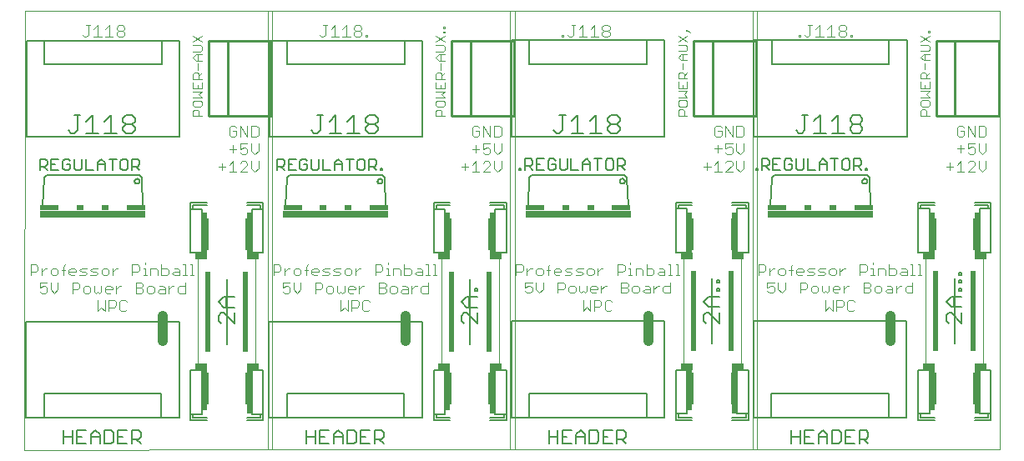
<source format=gto>
G75*
%MOIN*%
%OFA0B0*%
%FSLAX25Y25*%
%IPPOS*%
%LPD*%
%AMOC8*
5,1,8,0,0,1.08239X$1,22.5*
%
%ADD10C,0.00000*%
%ADD11C,0.00400*%
%ADD12C,0.00500*%
%ADD13C,0.00600*%
%ADD14C,0.03937*%
%ADD15R,0.42000X0.03000*%
%ADD16R,0.07500X0.02000*%
%ADD17R,0.03000X0.02000*%
%ADD18C,0.00800*%
%ADD19C,0.01000*%
%ADD20C,0.00200*%
%ADD21R,0.04500X0.02500*%
%ADD22R,0.02000X0.17500*%
%ADD23R,0.02000X0.32000*%
%ADD24R,0.00500X0.12500*%
%ADD25R,0.02000X0.16000*%
%ADD26C,0.00700*%
D10*
X0001000Y0001000D02*
X0001200Y0176576D01*
X0099901Y0176576D01*
X0099901Y0001300D01*
X0001000Y0001000D01*
X0098213Y0001300D02*
X0098213Y0176576D01*
X0196914Y0176576D01*
X0196914Y0001300D01*
X0098213Y0001300D01*
X0195006Y0001370D02*
X0195006Y0176646D01*
X0293707Y0176646D01*
X0293707Y0001370D01*
X0195006Y0001370D01*
X0291809Y0001370D02*
X0291809Y0176646D01*
X0390510Y0176646D01*
X0390510Y0001370D01*
X0291809Y0001370D01*
D11*
X0320917Y0056688D02*
X0322359Y0058131D01*
X0323802Y0056688D01*
X0323802Y0061016D01*
X0325267Y0061016D02*
X0327431Y0061016D01*
X0328152Y0060295D01*
X0328152Y0058852D01*
X0327431Y0058131D01*
X0325267Y0058131D01*
X0325267Y0056688D02*
X0325267Y0061016D01*
X0325981Y0063775D02*
X0324538Y0063775D01*
X0323817Y0064496D01*
X0323817Y0065939D01*
X0324538Y0066660D01*
X0325981Y0066660D01*
X0326702Y0065939D01*
X0326702Y0065217D01*
X0323817Y0065217D01*
X0322352Y0064496D02*
X0322352Y0066660D01*
X0322352Y0064496D02*
X0321631Y0063775D01*
X0320909Y0064496D01*
X0320188Y0063775D01*
X0319467Y0064496D01*
X0319467Y0066660D01*
X0318002Y0065939D02*
X0317281Y0066660D01*
X0315838Y0066660D01*
X0315117Y0065939D01*
X0315117Y0064496D01*
X0315838Y0063775D01*
X0317281Y0063775D01*
X0318002Y0064496D01*
X0318002Y0065939D01*
X0313652Y0065939D02*
X0312930Y0065217D01*
X0310766Y0065217D01*
X0310766Y0063775D02*
X0310766Y0068103D01*
X0312930Y0068103D01*
X0313652Y0067381D01*
X0313652Y0065939D01*
X0313666Y0070861D02*
X0315831Y0070861D01*
X0316552Y0071583D01*
X0315831Y0072304D01*
X0314388Y0072304D01*
X0313666Y0073025D01*
X0314388Y0073747D01*
X0316552Y0073747D01*
X0318017Y0073025D02*
X0318738Y0072304D01*
X0320181Y0072304D01*
X0320902Y0071583D01*
X0320181Y0070861D01*
X0318017Y0070861D01*
X0322367Y0071583D02*
X0323088Y0070861D01*
X0324531Y0070861D01*
X0325252Y0071583D01*
X0325252Y0073025D01*
X0324531Y0073747D01*
X0323088Y0073747D01*
X0322367Y0073025D01*
X0322367Y0071583D01*
X0320902Y0073747D02*
X0318738Y0073747D01*
X0318017Y0073025D01*
X0312202Y0073025D02*
X0312202Y0072304D01*
X0309316Y0072304D01*
X0309316Y0071583D02*
X0309316Y0073025D01*
X0310038Y0073747D01*
X0311480Y0073747D01*
X0312202Y0073025D01*
X0310038Y0070861D02*
X0309316Y0071583D01*
X0310038Y0070861D02*
X0311480Y0070861D01*
X0307138Y0070861D02*
X0307138Y0074468D01*
X0307859Y0075189D01*
X0307859Y0073025D02*
X0306416Y0073025D01*
X0304951Y0073025D02*
X0304951Y0071583D01*
X0304230Y0070861D01*
X0302787Y0070861D01*
X0302066Y0071583D01*
X0302066Y0073025D01*
X0302787Y0073747D01*
X0304230Y0073747D01*
X0304951Y0073025D01*
X0300605Y0073747D02*
X0299884Y0073747D01*
X0298441Y0072304D01*
X0298441Y0070861D02*
X0298441Y0073747D01*
X0296976Y0074468D02*
X0296255Y0075189D01*
X0294091Y0075189D01*
X0294091Y0070861D01*
X0294091Y0072304D02*
X0296255Y0072304D01*
X0296976Y0073025D01*
X0296976Y0074468D01*
X0297716Y0068103D02*
X0297716Y0065939D01*
X0299159Y0066660D01*
X0299880Y0066660D01*
X0300601Y0065939D01*
X0300601Y0064496D01*
X0299880Y0063775D01*
X0298437Y0063775D01*
X0297716Y0064496D01*
X0302066Y0065217D02*
X0303509Y0063775D01*
X0304951Y0065217D01*
X0304951Y0068103D01*
X0302066Y0068103D02*
X0302066Y0065217D01*
X0300601Y0068103D02*
X0297716Y0068103D01*
X0320917Y0061016D02*
X0320917Y0056688D01*
X0329617Y0057409D02*
X0330338Y0056688D01*
X0331781Y0056688D01*
X0332503Y0057409D01*
X0332503Y0060295D02*
X0331781Y0061016D01*
X0330338Y0061016D01*
X0329617Y0060295D01*
X0329617Y0057409D01*
X0328167Y0063775D02*
X0328167Y0066660D01*
X0328167Y0065217D02*
X0329610Y0066660D01*
X0330331Y0066660D01*
X0336142Y0065939D02*
X0338306Y0065939D01*
X0339028Y0065217D01*
X0339028Y0064496D01*
X0338306Y0063775D01*
X0336142Y0063775D01*
X0336142Y0068103D01*
X0338306Y0068103D01*
X0339028Y0067381D01*
X0339028Y0066660D01*
X0338306Y0065939D01*
X0340493Y0065939D02*
X0340493Y0064496D01*
X0341214Y0063775D01*
X0342657Y0063775D01*
X0343378Y0064496D01*
X0343378Y0065939D01*
X0342657Y0066660D01*
X0341214Y0066660D01*
X0340493Y0065939D01*
X0344843Y0064496D02*
X0345564Y0063775D01*
X0347728Y0063775D01*
X0347728Y0065939D01*
X0347007Y0066660D01*
X0345564Y0066660D01*
X0345564Y0065217D02*
X0347728Y0065217D01*
X0349193Y0065217D02*
X0350636Y0066660D01*
X0351357Y0066660D01*
X0352818Y0065939D02*
X0352818Y0064496D01*
X0353539Y0063775D01*
X0355703Y0063775D01*
X0355703Y0068103D01*
X0355703Y0066660D02*
X0353539Y0066660D01*
X0352818Y0065939D01*
X0349193Y0066660D02*
X0349193Y0063775D01*
X0345564Y0065217D02*
X0344843Y0064496D01*
X0344828Y0070861D02*
X0344828Y0073025D01*
X0344107Y0073747D01*
X0341943Y0073747D01*
X0341943Y0070861D01*
X0340485Y0070861D02*
X0339042Y0070861D01*
X0339764Y0070861D02*
X0339764Y0073747D01*
X0339042Y0073747D01*
X0339764Y0075189D02*
X0339764Y0075911D01*
X0337578Y0074468D02*
X0337578Y0073025D01*
X0336856Y0072304D01*
X0334692Y0072304D01*
X0334692Y0070861D02*
X0334692Y0075189D01*
X0336856Y0075189D01*
X0337578Y0074468D01*
X0346293Y0073747D02*
X0348457Y0073747D01*
X0349178Y0073025D01*
X0349178Y0071583D01*
X0348457Y0070861D01*
X0346293Y0070861D01*
X0346293Y0075189D01*
X0351364Y0073747D02*
X0352807Y0073747D01*
X0353528Y0073025D01*
X0353528Y0070861D01*
X0351364Y0070861D01*
X0350643Y0071583D01*
X0351364Y0072304D01*
X0353528Y0072304D01*
X0354993Y0070861D02*
X0356436Y0070861D01*
X0355714Y0070861D02*
X0355714Y0075189D01*
X0354993Y0075189D01*
X0357893Y0075189D02*
X0358615Y0075189D01*
X0358615Y0070861D01*
X0359336Y0070861D02*
X0357893Y0070861D01*
X0328881Y0073747D02*
X0328160Y0073747D01*
X0326717Y0072304D01*
X0326717Y0070861D02*
X0326717Y0073747D01*
X0262533Y0070861D02*
X0261090Y0070861D01*
X0261812Y0070861D02*
X0261812Y0075189D01*
X0261090Y0075189D01*
X0258911Y0075189D02*
X0258911Y0070861D01*
X0258190Y0070861D02*
X0259633Y0070861D01*
X0258900Y0068103D02*
X0258900Y0063775D01*
X0256736Y0063775D01*
X0256015Y0064496D01*
X0256015Y0065939D01*
X0256736Y0066660D01*
X0258900Y0066660D01*
X0254554Y0066660D02*
X0253833Y0066660D01*
X0252390Y0065217D01*
X0252390Y0063775D02*
X0252390Y0066660D01*
X0250925Y0065939D02*
X0250925Y0063775D01*
X0248761Y0063775D01*
X0248040Y0064496D01*
X0248761Y0065217D01*
X0250925Y0065217D01*
X0250925Y0065939D02*
X0250204Y0066660D01*
X0248761Y0066660D01*
X0246575Y0065939D02*
X0246575Y0064496D01*
X0245854Y0063775D01*
X0244411Y0063775D01*
X0243690Y0064496D01*
X0243690Y0065939D01*
X0244411Y0066660D01*
X0245854Y0066660D01*
X0246575Y0065939D01*
X0242225Y0066660D02*
X0241503Y0065939D01*
X0239339Y0065939D01*
X0239339Y0068103D02*
X0241503Y0068103D01*
X0242225Y0067381D01*
X0242225Y0066660D01*
X0241503Y0065939D02*
X0242225Y0065217D01*
X0242225Y0064496D01*
X0241503Y0063775D01*
X0239339Y0063775D01*
X0239339Y0068103D01*
X0237889Y0070861D02*
X0237889Y0075189D01*
X0240053Y0075189D01*
X0240775Y0074468D01*
X0240775Y0073025D01*
X0240053Y0072304D01*
X0237889Y0072304D01*
X0242239Y0070861D02*
X0243682Y0070861D01*
X0242961Y0070861D02*
X0242961Y0073747D01*
X0242239Y0073747D01*
X0242961Y0075189D02*
X0242961Y0075911D01*
X0245140Y0073747D02*
X0247304Y0073747D01*
X0248025Y0073025D01*
X0248025Y0070861D01*
X0249490Y0070861D02*
X0251654Y0070861D01*
X0252375Y0071583D01*
X0252375Y0073025D01*
X0251654Y0073747D01*
X0249490Y0073747D01*
X0249490Y0075189D02*
X0249490Y0070861D01*
X0245140Y0070861D02*
X0245140Y0073747D01*
X0253840Y0071583D02*
X0254561Y0070861D01*
X0256725Y0070861D01*
X0256725Y0073025D01*
X0256004Y0073747D01*
X0254561Y0073747D01*
X0254561Y0072304D02*
X0256725Y0072304D01*
X0254561Y0072304D02*
X0253840Y0071583D01*
X0258190Y0075189D02*
X0258911Y0075189D01*
X0233528Y0066660D02*
X0232807Y0066660D01*
X0231364Y0065217D01*
X0231364Y0063775D02*
X0231364Y0066660D01*
X0229899Y0065939D02*
X0229899Y0065217D01*
X0227014Y0065217D01*
X0227014Y0064496D02*
X0227014Y0065939D01*
X0227735Y0066660D01*
X0229178Y0066660D01*
X0229899Y0065939D01*
X0227735Y0063775D02*
X0227014Y0064496D01*
X0227735Y0063775D02*
X0229178Y0063775D01*
X0228464Y0061016D02*
X0230628Y0061016D01*
X0231349Y0060295D01*
X0231349Y0058852D01*
X0230628Y0058131D01*
X0228464Y0058131D01*
X0228464Y0056688D02*
X0228464Y0061016D01*
X0226999Y0061016D02*
X0226999Y0056688D01*
X0225556Y0058131D01*
X0224114Y0056688D01*
X0224114Y0061016D01*
X0224828Y0063775D02*
X0225549Y0064496D01*
X0225549Y0066660D01*
X0224106Y0064496D02*
X0224828Y0063775D01*
X0224106Y0064496D02*
X0223385Y0063775D01*
X0222664Y0064496D01*
X0222664Y0066660D01*
X0221199Y0065939D02*
X0220478Y0066660D01*
X0219035Y0066660D01*
X0218314Y0065939D01*
X0218314Y0064496D01*
X0219035Y0063775D01*
X0220478Y0063775D01*
X0221199Y0064496D01*
X0221199Y0065939D01*
X0216849Y0065939D02*
X0216127Y0065217D01*
X0213963Y0065217D01*
X0213963Y0063775D02*
X0213963Y0068103D01*
X0216127Y0068103D01*
X0216849Y0067381D01*
X0216849Y0065939D01*
X0216863Y0070861D02*
X0219028Y0070861D01*
X0219749Y0071583D01*
X0219028Y0072304D01*
X0217585Y0072304D01*
X0216863Y0073025D01*
X0217585Y0073747D01*
X0219749Y0073747D01*
X0221214Y0073025D02*
X0221935Y0073747D01*
X0224099Y0073747D01*
X0223378Y0072304D02*
X0221935Y0072304D01*
X0221214Y0073025D01*
X0223378Y0072304D02*
X0224099Y0071583D01*
X0223378Y0070861D01*
X0221214Y0070861D01*
X0225564Y0071583D02*
X0226285Y0070861D01*
X0227728Y0070861D01*
X0228449Y0071583D01*
X0228449Y0073025D01*
X0227728Y0073747D01*
X0226285Y0073747D01*
X0225564Y0073025D01*
X0225564Y0071583D01*
X0229914Y0072304D02*
X0231357Y0073747D01*
X0232078Y0073747D01*
X0229914Y0073747D02*
X0229914Y0070861D01*
X0215399Y0072304D02*
X0212513Y0072304D01*
X0212513Y0071583D02*
X0212513Y0073025D01*
X0213235Y0073747D01*
X0214677Y0073747D01*
X0215399Y0073025D01*
X0215399Y0072304D01*
X0214677Y0070861D02*
X0213235Y0070861D01*
X0212513Y0071583D01*
X0211056Y0073025D02*
X0209613Y0073025D01*
X0208148Y0073025D02*
X0207427Y0073747D01*
X0205984Y0073747D01*
X0205263Y0073025D01*
X0205263Y0071583D01*
X0205984Y0070861D01*
X0207427Y0070861D01*
X0208148Y0071583D01*
X0208148Y0073025D01*
X0210335Y0074468D02*
X0211056Y0075189D01*
X0210335Y0074468D02*
X0210335Y0070861D01*
X0208148Y0068103D02*
X0208148Y0065217D01*
X0206706Y0063775D01*
X0205263Y0065217D01*
X0205263Y0068103D01*
X0203798Y0068103D02*
X0200913Y0068103D01*
X0200913Y0065939D01*
X0202356Y0066660D01*
X0203077Y0066660D01*
X0203798Y0065939D01*
X0203798Y0064496D01*
X0203077Y0063775D01*
X0201634Y0063775D01*
X0200913Y0064496D01*
X0201638Y0070861D02*
X0201638Y0073747D01*
X0203081Y0073747D02*
X0203802Y0073747D01*
X0203081Y0073747D02*
X0201638Y0072304D01*
X0200173Y0073025D02*
X0199452Y0072304D01*
X0197288Y0072304D01*
X0197288Y0070861D02*
X0197288Y0075189D01*
X0199452Y0075189D01*
X0200173Y0074468D01*
X0200173Y0073025D01*
X0232814Y0060295D02*
X0232814Y0057409D01*
X0233535Y0056688D01*
X0234978Y0056688D01*
X0235700Y0057409D01*
X0235700Y0060295D02*
X0234978Y0061016D01*
X0233535Y0061016D01*
X0232814Y0060295D01*
X0165740Y0070791D02*
X0164297Y0070791D01*
X0165019Y0070791D02*
X0165019Y0075119D01*
X0164297Y0075119D01*
X0162118Y0075119D02*
X0162118Y0070791D01*
X0161397Y0070791D02*
X0162840Y0070791D01*
X0162107Y0068033D02*
X0162107Y0063705D01*
X0159943Y0063705D01*
X0159222Y0064426D01*
X0159222Y0065869D01*
X0159943Y0066590D01*
X0162107Y0066590D01*
X0157761Y0066590D02*
X0157040Y0066590D01*
X0155597Y0065147D01*
X0155597Y0063705D02*
X0155597Y0066590D01*
X0154132Y0065869D02*
X0154132Y0063705D01*
X0151968Y0063705D01*
X0151247Y0064426D01*
X0151968Y0065147D01*
X0154132Y0065147D01*
X0154132Y0065869D02*
X0153411Y0066590D01*
X0151968Y0066590D01*
X0149782Y0065869D02*
X0149061Y0066590D01*
X0147618Y0066590D01*
X0146897Y0065869D01*
X0146897Y0064426D01*
X0147618Y0063705D01*
X0149061Y0063705D01*
X0149782Y0064426D01*
X0149782Y0065869D01*
X0145432Y0066590D02*
X0144710Y0065869D01*
X0142546Y0065869D01*
X0142546Y0068033D02*
X0144710Y0068033D01*
X0145432Y0067311D01*
X0145432Y0066590D01*
X0144710Y0065869D02*
X0145432Y0065147D01*
X0145432Y0064426D01*
X0144710Y0063705D01*
X0142546Y0063705D01*
X0142546Y0068033D01*
X0141096Y0070791D02*
X0141096Y0075119D01*
X0143260Y0075119D01*
X0143982Y0074398D01*
X0143982Y0072955D01*
X0143260Y0072234D01*
X0141096Y0072234D01*
X0145446Y0070791D02*
X0146889Y0070791D01*
X0146168Y0070791D02*
X0146168Y0073677D01*
X0145446Y0073677D01*
X0146168Y0075119D02*
X0146168Y0075841D01*
X0148347Y0073677D02*
X0150511Y0073677D01*
X0151232Y0072955D01*
X0151232Y0070791D01*
X0152697Y0070791D02*
X0154861Y0070791D01*
X0155582Y0071513D01*
X0155582Y0072955D01*
X0154861Y0073677D01*
X0152697Y0073677D01*
X0152697Y0075119D02*
X0152697Y0070791D01*
X0148347Y0070791D02*
X0148347Y0073677D01*
X0157047Y0071513D02*
X0157768Y0070791D01*
X0159932Y0070791D01*
X0159932Y0072955D01*
X0159211Y0073677D01*
X0157768Y0073677D01*
X0157768Y0072234D02*
X0159932Y0072234D01*
X0157768Y0072234D02*
X0157047Y0071513D01*
X0161397Y0075119D02*
X0162118Y0075119D01*
X0136735Y0066590D02*
X0136014Y0066590D01*
X0134571Y0065147D01*
X0134571Y0063705D02*
X0134571Y0066590D01*
X0133106Y0065869D02*
X0133106Y0065147D01*
X0130221Y0065147D01*
X0130221Y0064426D02*
X0130221Y0065869D01*
X0130942Y0066590D01*
X0132385Y0066590D01*
X0133106Y0065869D01*
X0130942Y0063705D02*
X0130221Y0064426D01*
X0130942Y0063705D02*
X0132385Y0063705D01*
X0131671Y0060946D02*
X0133835Y0060946D01*
X0134556Y0060225D01*
X0134556Y0058782D01*
X0133835Y0058061D01*
X0131671Y0058061D01*
X0131671Y0056618D02*
X0131671Y0060946D01*
X0130206Y0060946D02*
X0130206Y0056618D01*
X0128763Y0058061D01*
X0127321Y0056618D01*
X0127321Y0060946D01*
X0128035Y0063705D02*
X0128756Y0064426D01*
X0128756Y0066590D01*
X0127313Y0064426D02*
X0128035Y0063705D01*
X0127313Y0064426D02*
X0126592Y0063705D01*
X0125871Y0064426D01*
X0125871Y0066590D01*
X0124406Y0065869D02*
X0124406Y0064426D01*
X0123685Y0063705D01*
X0122242Y0063705D01*
X0121521Y0064426D01*
X0121521Y0065869D01*
X0122242Y0066590D01*
X0123685Y0066590D01*
X0124406Y0065869D01*
X0120056Y0065869D02*
X0119334Y0065147D01*
X0117170Y0065147D01*
X0117170Y0063705D02*
X0117170Y0068033D01*
X0119334Y0068033D01*
X0120056Y0067311D01*
X0120056Y0065869D01*
X0120070Y0070791D02*
X0122235Y0070791D01*
X0122956Y0071513D01*
X0122235Y0072234D01*
X0120792Y0072234D01*
X0120070Y0072955D01*
X0120792Y0073677D01*
X0122956Y0073677D01*
X0124421Y0072955D02*
X0125142Y0073677D01*
X0127306Y0073677D01*
X0126585Y0072234D02*
X0125142Y0072234D01*
X0124421Y0072955D01*
X0126585Y0072234D02*
X0127306Y0071513D01*
X0126585Y0070791D01*
X0124421Y0070791D01*
X0128771Y0071513D02*
X0129492Y0070791D01*
X0130935Y0070791D01*
X0131656Y0071513D01*
X0131656Y0072955D01*
X0130935Y0073677D01*
X0129492Y0073677D01*
X0128771Y0072955D01*
X0128771Y0071513D01*
X0133121Y0072234D02*
X0134564Y0073677D01*
X0135285Y0073677D01*
X0133121Y0073677D02*
X0133121Y0070791D01*
X0118606Y0072234D02*
X0115720Y0072234D01*
X0115720Y0071513D02*
X0115720Y0072955D01*
X0116442Y0073677D01*
X0117884Y0073677D01*
X0118606Y0072955D01*
X0118606Y0072234D01*
X0117884Y0070791D02*
X0116442Y0070791D01*
X0115720Y0071513D01*
X0114263Y0072955D02*
X0112820Y0072955D01*
X0111355Y0072955D02*
X0110634Y0073677D01*
X0109191Y0073677D01*
X0108470Y0072955D01*
X0108470Y0071513D01*
X0109191Y0070791D01*
X0110634Y0070791D01*
X0111355Y0071513D01*
X0111355Y0072955D01*
X0113542Y0074398D02*
X0114263Y0075119D01*
X0113542Y0074398D02*
X0113542Y0070791D01*
X0111355Y0068033D02*
X0111355Y0065147D01*
X0109913Y0063705D01*
X0108470Y0065147D01*
X0108470Y0068033D01*
X0107005Y0068033D02*
X0104120Y0068033D01*
X0104120Y0065869D01*
X0105563Y0066590D01*
X0106284Y0066590D01*
X0107005Y0065869D01*
X0107005Y0064426D01*
X0106284Y0063705D01*
X0104841Y0063705D01*
X0104120Y0064426D01*
X0104845Y0070791D02*
X0104845Y0073677D01*
X0104845Y0072234D02*
X0106288Y0073677D01*
X0107009Y0073677D01*
X0103380Y0074398D02*
X0102659Y0075119D01*
X0100495Y0075119D01*
X0100495Y0070791D01*
X0100495Y0072234D02*
X0102659Y0072234D01*
X0103380Y0072955D01*
X0103380Y0074398D01*
X0136021Y0060225D02*
X0136021Y0057339D01*
X0136742Y0056618D01*
X0138185Y0056618D01*
X0138907Y0057339D01*
X0138907Y0060225D02*
X0138185Y0060946D01*
X0136742Y0060946D01*
X0136021Y0060225D01*
X0068727Y0070791D02*
X0067284Y0070791D01*
X0068006Y0070791D02*
X0068006Y0075119D01*
X0067284Y0075119D01*
X0065105Y0075119D02*
X0065105Y0070791D01*
X0064384Y0070791D02*
X0065827Y0070791D01*
X0065094Y0068033D02*
X0065094Y0063705D01*
X0062930Y0063705D01*
X0062209Y0064426D01*
X0062209Y0065869D01*
X0062930Y0066590D01*
X0065094Y0066590D01*
X0060748Y0066590D02*
X0060027Y0066590D01*
X0058584Y0065147D01*
X0058584Y0063705D02*
X0058584Y0066590D01*
X0057119Y0065869D02*
X0057119Y0063705D01*
X0054955Y0063705D01*
X0054234Y0064426D01*
X0054955Y0065147D01*
X0057119Y0065147D01*
X0057119Y0065869D02*
X0056398Y0066590D01*
X0054955Y0066590D01*
X0052769Y0065869D02*
X0052769Y0064426D01*
X0052048Y0063705D01*
X0050605Y0063705D01*
X0049884Y0064426D01*
X0049884Y0065869D01*
X0050605Y0066590D01*
X0052048Y0066590D01*
X0052769Y0065869D01*
X0048419Y0066590D02*
X0047697Y0065869D01*
X0045533Y0065869D01*
X0045533Y0068033D02*
X0047697Y0068033D01*
X0048419Y0067311D01*
X0048419Y0066590D01*
X0047697Y0065869D02*
X0048419Y0065147D01*
X0048419Y0064426D01*
X0047697Y0063705D01*
X0045533Y0063705D01*
X0045533Y0068033D01*
X0044083Y0070791D02*
X0044083Y0075119D01*
X0046247Y0075119D01*
X0046969Y0074398D01*
X0046969Y0072955D01*
X0046247Y0072234D01*
X0044083Y0072234D01*
X0048434Y0070791D02*
X0049876Y0070791D01*
X0049155Y0070791D02*
X0049155Y0073677D01*
X0048434Y0073677D01*
X0049155Y0075119D02*
X0049155Y0075841D01*
X0051334Y0073677D02*
X0053498Y0073677D01*
X0054219Y0072955D01*
X0054219Y0070791D01*
X0055684Y0070791D02*
X0057848Y0070791D01*
X0058569Y0071513D01*
X0058569Y0072955D01*
X0057848Y0073677D01*
X0055684Y0073677D01*
X0055684Y0075119D02*
X0055684Y0070791D01*
X0051334Y0070791D02*
X0051334Y0073677D01*
X0060034Y0071513D02*
X0060755Y0070791D01*
X0062919Y0070791D01*
X0062919Y0072955D01*
X0062198Y0073677D01*
X0060755Y0073677D01*
X0060755Y0072234D02*
X0062919Y0072234D01*
X0060755Y0072234D02*
X0060034Y0071513D01*
X0064384Y0075119D02*
X0065105Y0075119D01*
X0039722Y0066590D02*
X0039001Y0066590D01*
X0037558Y0065147D01*
X0037558Y0063705D02*
X0037558Y0066590D01*
X0036093Y0065869D02*
X0036093Y0065147D01*
X0033208Y0065147D01*
X0033208Y0064426D02*
X0033208Y0065869D01*
X0033929Y0066590D01*
X0035372Y0066590D01*
X0036093Y0065869D01*
X0033929Y0063705D02*
X0033208Y0064426D01*
X0033929Y0063705D02*
X0035372Y0063705D01*
X0034658Y0060946D02*
X0036822Y0060946D01*
X0037543Y0060225D01*
X0037543Y0058782D01*
X0036822Y0058061D01*
X0034658Y0058061D01*
X0034658Y0056618D02*
X0034658Y0060946D01*
X0033193Y0060946D02*
X0033193Y0056618D01*
X0031751Y0058061D01*
X0030308Y0056618D01*
X0030308Y0060946D01*
X0031022Y0063705D02*
X0031743Y0064426D01*
X0031743Y0066590D01*
X0030300Y0064426D02*
X0031022Y0063705D01*
X0030300Y0064426D02*
X0029579Y0063705D01*
X0028858Y0064426D01*
X0028858Y0066590D01*
X0027393Y0065869D02*
X0027393Y0064426D01*
X0026672Y0063705D01*
X0025229Y0063705D01*
X0024508Y0064426D01*
X0024508Y0065869D01*
X0025229Y0066590D01*
X0026672Y0066590D01*
X0027393Y0065869D01*
X0023043Y0065869D02*
X0022321Y0065147D01*
X0020157Y0065147D01*
X0020157Y0063705D02*
X0020157Y0068033D01*
X0022321Y0068033D01*
X0023043Y0067311D01*
X0023043Y0065869D01*
X0023058Y0070791D02*
X0025222Y0070791D01*
X0025943Y0071513D01*
X0025222Y0072234D01*
X0023779Y0072234D01*
X0023058Y0072955D01*
X0023779Y0073677D01*
X0025943Y0073677D01*
X0027408Y0072955D02*
X0028129Y0073677D01*
X0030293Y0073677D01*
X0029572Y0072234D02*
X0028129Y0072234D01*
X0027408Y0072955D01*
X0029572Y0072234D02*
X0030293Y0071513D01*
X0029572Y0070791D01*
X0027408Y0070791D01*
X0021593Y0072234D02*
X0018707Y0072234D01*
X0018707Y0071513D02*
X0018707Y0072955D01*
X0019429Y0073677D01*
X0020871Y0073677D01*
X0021593Y0072955D01*
X0021593Y0072234D01*
X0020871Y0070791D02*
X0019429Y0070791D01*
X0018707Y0071513D01*
X0017250Y0072955D02*
X0015807Y0072955D01*
X0014342Y0072955D02*
X0014342Y0071513D01*
X0013621Y0070791D01*
X0012178Y0070791D01*
X0011457Y0071513D01*
X0011457Y0072955D01*
X0012178Y0073677D01*
X0013621Y0073677D01*
X0014342Y0072955D01*
X0016529Y0074398D02*
X0017250Y0075119D01*
X0016529Y0074398D02*
X0016529Y0070791D01*
X0014342Y0068033D02*
X0014342Y0065147D01*
X0012900Y0063705D01*
X0011457Y0065147D01*
X0011457Y0068033D01*
X0009992Y0068033D02*
X0007107Y0068033D01*
X0007107Y0065869D01*
X0008550Y0066590D01*
X0009271Y0066590D01*
X0009992Y0065869D01*
X0009992Y0064426D01*
X0009271Y0063705D01*
X0007828Y0063705D01*
X0007107Y0064426D01*
X0007832Y0070791D02*
X0007832Y0073677D01*
X0007832Y0072234D02*
X0009275Y0073677D01*
X0009996Y0073677D01*
X0006367Y0074398D02*
X0005646Y0075119D01*
X0003482Y0075119D01*
X0003482Y0070791D01*
X0003482Y0072234D02*
X0005646Y0072234D01*
X0006367Y0072955D01*
X0006367Y0074398D01*
X0031758Y0072955D02*
X0031758Y0071513D01*
X0032479Y0070791D01*
X0033922Y0070791D01*
X0034643Y0071513D01*
X0034643Y0072955D01*
X0033922Y0073677D01*
X0032479Y0073677D01*
X0031758Y0072955D01*
X0036108Y0072234D02*
X0037551Y0073677D01*
X0038272Y0073677D01*
X0036108Y0073677D02*
X0036108Y0070791D01*
X0039730Y0060946D02*
X0039008Y0060225D01*
X0039008Y0057339D01*
X0039730Y0056618D01*
X0041172Y0056618D01*
X0041894Y0057339D01*
X0041894Y0060225D02*
X0041172Y0060946D01*
X0039730Y0060946D01*
X0079930Y0112851D02*
X0079930Y0115737D01*
X0078488Y0114294D02*
X0081373Y0114294D01*
X0082838Y0115015D02*
X0084280Y0116458D01*
X0084280Y0112130D01*
X0082838Y0112130D02*
X0085723Y0112130D01*
X0087188Y0112130D02*
X0090073Y0115015D01*
X0090073Y0115737D01*
X0089352Y0116458D01*
X0087909Y0116458D01*
X0087188Y0115737D01*
X0091538Y0116458D02*
X0091538Y0113573D01*
X0092981Y0112130D01*
X0094423Y0113573D01*
X0094423Y0116458D01*
X0092981Y0119217D02*
X0094423Y0120659D01*
X0094423Y0123545D01*
X0091538Y0123545D02*
X0091538Y0120659D01*
X0092981Y0119217D01*
X0090073Y0119938D02*
X0090073Y0121381D01*
X0089352Y0122102D01*
X0088631Y0122102D01*
X0087188Y0121381D01*
X0087188Y0123545D01*
X0090073Y0123545D01*
X0085723Y0121381D02*
X0082838Y0121381D01*
X0084280Y0122823D02*
X0084280Y0119938D01*
X0087188Y0119938D02*
X0087909Y0119217D01*
X0089352Y0119217D01*
X0090073Y0119938D01*
X0090073Y0126303D02*
X0090073Y0130631D01*
X0091538Y0130631D02*
X0093702Y0130631D01*
X0094423Y0129910D01*
X0094423Y0127024D01*
X0093702Y0126303D01*
X0091538Y0126303D01*
X0091538Y0130631D01*
X0087188Y0130631D02*
X0090073Y0126303D01*
X0087188Y0126303D02*
X0087188Y0130631D01*
X0085723Y0129910D02*
X0085002Y0130631D01*
X0083559Y0130631D01*
X0082838Y0129910D01*
X0082838Y0127024D01*
X0083559Y0126303D01*
X0085002Y0126303D01*
X0085723Y0127024D01*
X0085723Y0128467D01*
X0084280Y0128467D01*
X0071906Y0134650D02*
X0068302Y0134650D01*
X0068302Y0136451D01*
X0068903Y0137052D01*
X0070104Y0137052D01*
X0070704Y0136451D01*
X0070704Y0134650D01*
X0071305Y0138333D02*
X0068903Y0138333D01*
X0068302Y0138933D01*
X0068302Y0140134D01*
X0068903Y0140735D01*
X0071305Y0140735D01*
X0071906Y0140134D01*
X0071906Y0138933D01*
X0071305Y0138333D01*
X0071906Y0142016D02*
X0068302Y0142016D01*
X0070704Y0143217D02*
X0071906Y0144418D01*
X0068302Y0144418D01*
X0068302Y0145699D02*
X0071906Y0145699D01*
X0071906Y0148101D01*
X0071906Y0149382D02*
X0068302Y0149382D01*
X0068302Y0151184D01*
X0068903Y0151784D01*
X0070104Y0151784D01*
X0070704Y0151184D01*
X0070704Y0149382D01*
X0070704Y0150583D02*
X0071906Y0151784D01*
X0070104Y0153065D02*
X0070104Y0155467D01*
X0070104Y0156748D02*
X0070104Y0159151D01*
X0069503Y0159151D02*
X0071906Y0159151D01*
X0071305Y0160432D02*
X0068302Y0160432D01*
X0069503Y0159151D02*
X0068302Y0157949D01*
X0069503Y0156748D01*
X0071906Y0156748D01*
X0071305Y0160432D02*
X0071906Y0161032D01*
X0071906Y0162233D01*
X0071305Y0162834D01*
X0068302Y0162834D01*
X0068302Y0164115D02*
X0071906Y0166517D01*
X0071906Y0164115D02*
X0068302Y0166517D01*
X0041007Y0167011D02*
X0040240Y0166244D01*
X0038705Y0166244D01*
X0037938Y0167011D01*
X0037938Y0167779D01*
X0038705Y0168546D01*
X0040240Y0168546D01*
X0041007Y0167779D01*
X0041007Y0167011D01*
X0040240Y0168546D02*
X0041007Y0169313D01*
X0041007Y0170081D01*
X0040240Y0170848D01*
X0038705Y0170848D01*
X0037938Y0170081D01*
X0037938Y0169313D01*
X0038705Y0168546D01*
X0036403Y0166244D02*
X0033334Y0166244D01*
X0034868Y0166244D02*
X0034868Y0170848D01*
X0033334Y0169313D01*
X0030265Y0170848D02*
X0030265Y0166244D01*
X0031799Y0166244D02*
X0028730Y0166244D01*
X0026428Y0167011D02*
X0026428Y0170848D01*
X0025661Y0170848D02*
X0027195Y0170848D01*
X0028730Y0169313D02*
X0030265Y0170848D01*
X0026428Y0167011D02*
X0025661Y0166244D01*
X0024893Y0166244D01*
X0024126Y0167011D01*
X0068302Y0148101D02*
X0068302Y0145699D01*
X0070104Y0145699D02*
X0070104Y0146900D01*
X0070704Y0143217D02*
X0071906Y0142016D01*
X0118837Y0167011D02*
X0119604Y0166244D01*
X0120372Y0166244D01*
X0121139Y0167011D01*
X0121139Y0170848D01*
X0120372Y0170848D02*
X0121906Y0170848D01*
X0123441Y0169313D02*
X0124976Y0170848D01*
X0124976Y0166244D01*
X0126510Y0166244D02*
X0123441Y0166244D01*
X0128045Y0166244D02*
X0131114Y0166244D01*
X0129580Y0166244D02*
X0129580Y0170848D01*
X0128045Y0169313D01*
X0132649Y0169313D02*
X0132649Y0170081D01*
X0133416Y0170848D01*
X0134951Y0170848D01*
X0135718Y0170081D01*
X0135718Y0169313D01*
X0134951Y0168546D01*
X0133416Y0168546D01*
X0132649Y0169313D01*
X0133416Y0168546D02*
X0132649Y0167779D01*
X0132649Y0167011D01*
X0133416Y0166244D01*
X0134951Y0166244D01*
X0135718Y0167011D01*
X0135718Y0167779D01*
X0134951Y0168546D01*
X0137253Y0167011D02*
X0137253Y0166244D01*
X0138020Y0166244D01*
X0138020Y0167011D01*
X0137253Y0167011D01*
X0165315Y0166517D02*
X0168919Y0164115D01*
X0168318Y0162834D02*
X0165315Y0162834D01*
X0165315Y0164115D02*
X0168919Y0166517D01*
X0168919Y0167798D02*
X0168318Y0167798D01*
X0168318Y0168398D01*
X0168919Y0168398D01*
X0168919Y0167798D01*
X0168919Y0169639D02*
X0168318Y0169639D01*
X0168318Y0170240D01*
X0168919Y0170240D01*
X0168919Y0169639D01*
X0168318Y0162834D02*
X0168919Y0162233D01*
X0168919Y0161032D01*
X0168318Y0160432D01*
X0165315Y0160432D01*
X0166516Y0159151D02*
X0168919Y0159151D01*
X0167117Y0159151D02*
X0167117Y0156748D01*
X0166516Y0156748D02*
X0165315Y0157949D01*
X0166516Y0159151D01*
X0166516Y0156748D02*
X0168919Y0156748D01*
X0167117Y0155467D02*
X0167117Y0153065D01*
X0167117Y0151784D02*
X0167717Y0151184D01*
X0167717Y0149382D01*
X0167717Y0150583D02*
X0168919Y0151784D01*
X0167117Y0151784D02*
X0165916Y0151784D01*
X0165315Y0151184D01*
X0165315Y0149382D01*
X0168919Y0149382D01*
X0168919Y0148101D02*
X0168919Y0145699D01*
X0165315Y0145699D01*
X0165315Y0148101D01*
X0167117Y0146900D02*
X0167117Y0145699D01*
X0168919Y0144418D02*
X0165315Y0144418D01*
X0167717Y0143217D02*
X0168919Y0144418D01*
X0167717Y0143217D02*
X0168919Y0142016D01*
X0165315Y0142016D01*
X0165916Y0140735D02*
X0165315Y0140134D01*
X0165315Y0138933D01*
X0165916Y0138333D01*
X0168318Y0138333D01*
X0168919Y0138933D01*
X0168919Y0140134D01*
X0168318Y0140735D01*
X0165916Y0140735D01*
X0165916Y0137052D02*
X0167117Y0137052D01*
X0167717Y0136451D01*
X0167717Y0134650D01*
X0168919Y0134650D02*
X0165315Y0134650D01*
X0165315Y0136451D01*
X0165916Y0137052D01*
X0179851Y0129910D02*
X0179851Y0127024D01*
X0180572Y0126303D01*
X0182015Y0126303D01*
X0182736Y0127024D01*
X0182736Y0128467D01*
X0181293Y0128467D01*
X0179851Y0129910D02*
X0180572Y0130631D01*
X0182015Y0130631D01*
X0182736Y0129910D01*
X0184201Y0130631D02*
X0187086Y0126303D01*
X0187086Y0130631D01*
X0188551Y0130631D02*
X0190715Y0130631D01*
X0191436Y0129910D01*
X0191436Y0127024D01*
X0190715Y0126303D01*
X0188551Y0126303D01*
X0188551Y0130631D01*
X0184201Y0130631D02*
X0184201Y0126303D01*
X0184201Y0123545D02*
X0184201Y0121381D01*
X0185644Y0122102D01*
X0186365Y0122102D01*
X0187086Y0121381D01*
X0187086Y0119938D01*
X0186365Y0119217D01*
X0184922Y0119217D01*
X0184201Y0119938D01*
X0182736Y0121381D02*
X0179851Y0121381D01*
X0181293Y0122823D02*
X0181293Y0119938D01*
X0181293Y0116458D02*
X0181293Y0112130D01*
X0179851Y0112130D02*
X0182736Y0112130D01*
X0184201Y0112130D02*
X0187086Y0115015D01*
X0187086Y0115737D01*
X0186365Y0116458D01*
X0184922Y0116458D01*
X0184201Y0115737D01*
X0181293Y0116458D02*
X0179851Y0115015D01*
X0178386Y0114294D02*
X0175500Y0114294D01*
X0176943Y0115737D02*
X0176943Y0112851D01*
X0184201Y0112130D02*
X0187086Y0112130D01*
X0188551Y0113573D02*
X0189994Y0112130D01*
X0191436Y0113573D01*
X0191436Y0116458D01*
X0188551Y0116458D02*
X0188551Y0113573D01*
X0189994Y0119217D02*
X0191436Y0120659D01*
X0191436Y0123545D01*
X0188551Y0123545D02*
X0188551Y0120659D01*
X0189994Y0119217D01*
X0187086Y0123545D02*
X0184201Y0123545D01*
X0262108Y0134720D02*
X0262108Y0136521D01*
X0262709Y0137122D01*
X0263910Y0137122D01*
X0264510Y0136521D01*
X0264510Y0134720D01*
X0265711Y0134720D02*
X0262108Y0134720D01*
X0262709Y0138403D02*
X0265111Y0138403D01*
X0265711Y0139003D01*
X0265711Y0140204D01*
X0265111Y0140805D01*
X0262709Y0140805D01*
X0262108Y0140204D01*
X0262108Y0139003D01*
X0262709Y0138403D01*
X0262108Y0142086D02*
X0265711Y0142086D01*
X0264510Y0143287D01*
X0265711Y0144488D01*
X0262108Y0144488D01*
X0262108Y0145769D02*
X0265711Y0145769D01*
X0265711Y0148171D01*
X0265711Y0149452D02*
X0262108Y0149452D01*
X0262108Y0151254D01*
X0262709Y0151854D01*
X0263910Y0151854D01*
X0264510Y0151254D01*
X0264510Y0149452D01*
X0264510Y0150653D02*
X0265711Y0151854D01*
X0263910Y0153135D02*
X0263910Y0155537D01*
X0263910Y0156818D02*
X0263910Y0159221D01*
X0263309Y0159221D02*
X0265711Y0159221D01*
X0265111Y0160502D02*
X0262108Y0160502D01*
X0263309Y0159221D02*
X0262108Y0158020D01*
X0263309Y0156818D01*
X0265711Y0156818D01*
X0265111Y0160502D02*
X0265711Y0161102D01*
X0265711Y0162303D01*
X0265111Y0162904D01*
X0262108Y0162904D01*
X0262108Y0164185D02*
X0265711Y0166587D01*
X0266913Y0167868D02*
X0265711Y0169069D01*
X0265711Y0168468D01*
X0265111Y0168468D01*
X0265111Y0169069D01*
X0265711Y0169069D01*
X0262108Y0166587D02*
X0265711Y0164185D01*
X0234813Y0167081D02*
X0234046Y0166314D01*
X0232511Y0166314D01*
X0231744Y0167081D01*
X0231744Y0167849D01*
X0232511Y0168616D01*
X0234046Y0168616D01*
X0234813Y0167849D01*
X0234813Y0167081D01*
X0234046Y0168616D02*
X0234813Y0169383D01*
X0234813Y0170151D01*
X0234046Y0170918D01*
X0232511Y0170918D01*
X0231744Y0170151D01*
X0231744Y0169383D01*
X0232511Y0168616D01*
X0230209Y0166314D02*
X0227140Y0166314D01*
X0228674Y0166314D02*
X0228674Y0170918D01*
X0227140Y0169383D01*
X0224071Y0170918D02*
X0224071Y0166314D01*
X0225605Y0166314D02*
X0222536Y0166314D01*
X0220234Y0167081D02*
X0219467Y0166314D01*
X0218699Y0166314D01*
X0217932Y0167081D01*
X0216397Y0167081D02*
X0216397Y0166314D01*
X0215630Y0166314D01*
X0215630Y0167081D01*
X0216397Y0167081D01*
X0220234Y0167081D02*
X0220234Y0170918D01*
X0219467Y0170918D02*
X0221001Y0170918D01*
X0222536Y0169383D02*
X0224071Y0170918D01*
X0262108Y0148171D02*
X0262108Y0145769D01*
X0263910Y0145769D02*
X0263910Y0146970D01*
X0277365Y0130701D02*
X0276644Y0129980D01*
X0276644Y0127095D01*
X0277365Y0126373D01*
X0278808Y0126373D01*
X0279529Y0127095D01*
X0279529Y0128537D01*
X0278086Y0128537D01*
X0279529Y0129980D02*
X0278808Y0130701D01*
X0277365Y0130701D01*
X0280994Y0130701D02*
X0283879Y0126373D01*
X0283879Y0130701D01*
X0285344Y0130701D02*
X0287508Y0130701D01*
X0288229Y0129980D01*
X0288229Y0127095D01*
X0287508Y0126373D01*
X0285344Y0126373D01*
X0285344Y0130701D01*
X0280994Y0130701D02*
X0280994Y0126373D01*
X0280994Y0123615D02*
X0280994Y0121451D01*
X0282437Y0122172D01*
X0283158Y0122172D01*
X0283879Y0121451D01*
X0283879Y0120008D01*
X0283158Y0119287D01*
X0281715Y0119287D01*
X0280994Y0120008D01*
X0279529Y0121451D02*
X0276644Y0121451D01*
X0278086Y0122893D02*
X0278086Y0120008D01*
X0278086Y0116528D02*
X0278086Y0112200D01*
X0276644Y0112200D02*
X0279529Y0112200D01*
X0280994Y0112200D02*
X0283879Y0115085D01*
X0283879Y0115807D01*
X0283158Y0116528D01*
X0281715Y0116528D01*
X0280994Y0115807D01*
X0278086Y0116528D02*
X0276644Y0115085D01*
X0275179Y0114364D02*
X0272293Y0114364D01*
X0273736Y0115807D02*
X0273736Y0112921D01*
X0280994Y0112200D02*
X0283879Y0112200D01*
X0285344Y0113643D02*
X0286787Y0112200D01*
X0288229Y0113643D01*
X0288229Y0116528D01*
X0285344Y0116528D02*
X0285344Y0113643D01*
X0286787Y0119287D02*
X0285344Y0120729D01*
X0285344Y0123615D01*
X0283879Y0123615D02*
X0280994Y0123615D01*
X0286787Y0119287D02*
X0288229Y0120729D01*
X0288229Y0123615D01*
X0358911Y0134720D02*
X0358911Y0136521D01*
X0359512Y0137122D01*
X0360713Y0137122D01*
X0361313Y0136521D01*
X0361313Y0134720D01*
X0362514Y0134720D02*
X0358911Y0134720D01*
X0359512Y0138403D02*
X0361914Y0138403D01*
X0362514Y0139003D01*
X0362514Y0140204D01*
X0361914Y0140805D01*
X0359512Y0140805D01*
X0358911Y0140204D01*
X0358911Y0139003D01*
X0359512Y0138403D01*
X0358911Y0142086D02*
X0362514Y0142086D01*
X0361313Y0143287D01*
X0362514Y0144488D01*
X0358911Y0144488D01*
X0358911Y0145769D02*
X0362514Y0145769D01*
X0362514Y0148171D01*
X0362514Y0149452D02*
X0358911Y0149452D01*
X0358911Y0151254D01*
X0359512Y0151854D01*
X0360713Y0151854D01*
X0361313Y0151254D01*
X0361313Y0149452D01*
X0361313Y0150653D02*
X0362514Y0151854D01*
X0360713Y0153135D02*
X0360713Y0155537D01*
X0360713Y0156818D02*
X0360713Y0159221D01*
X0360112Y0159221D02*
X0362514Y0159221D01*
X0361914Y0160502D02*
X0358911Y0160502D01*
X0360112Y0159221D02*
X0358911Y0158020D01*
X0360112Y0156818D01*
X0362514Y0156818D01*
X0361914Y0160502D02*
X0362514Y0161102D01*
X0362514Y0162303D01*
X0361914Y0162904D01*
X0358911Y0162904D01*
X0358911Y0164185D02*
X0362514Y0166587D01*
X0362514Y0167868D02*
X0362514Y0168468D01*
X0361914Y0168468D01*
X0361914Y0167868D01*
X0362514Y0167868D01*
X0362514Y0164185D02*
X0358911Y0166587D01*
X0331616Y0166314D02*
X0330849Y0166314D01*
X0330849Y0167081D01*
X0331616Y0167081D01*
X0331616Y0166314D01*
X0329314Y0167081D02*
X0328547Y0166314D01*
X0327012Y0166314D01*
X0326245Y0167081D01*
X0326245Y0167849D01*
X0327012Y0168616D01*
X0328547Y0168616D01*
X0329314Y0167849D01*
X0329314Y0167081D01*
X0328547Y0168616D02*
X0329314Y0169383D01*
X0329314Y0170151D01*
X0328547Y0170918D01*
X0327012Y0170918D01*
X0326245Y0170151D01*
X0326245Y0169383D01*
X0327012Y0168616D01*
X0324710Y0166314D02*
X0321641Y0166314D01*
X0323175Y0166314D02*
X0323175Y0170918D01*
X0321641Y0169383D01*
X0318572Y0170918D02*
X0318572Y0166314D01*
X0320106Y0166314D02*
X0317037Y0166314D01*
X0314735Y0167081D02*
X0313968Y0166314D01*
X0313200Y0166314D01*
X0312433Y0167081D01*
X0310898Y0167081D02*
X0310898Y0166314D01*
X0310131Y0166314D01*
X0310131Y0167081D01*
X0310898Y0167081D01*
X0314735Y0167081D02*
X0314735Y0170918D01*
X0313968Y0170918D02*
X0315502Y0170918D01*
X0317037Y0169383D02*
X0318572Y0170918D01*
X0358911Y0148171D02*
X0358911Y0145769D01*
X0360713Y0145769D02*
X0360713Y0146970D01*
X0374168Y0130701D02*
X0373447Y0129980D01*
X0373447Y0127095D01*
X0374168Y0126373D01*
X0375611Y0126373D01*
X0376332Y0127095D01*
X0376332Y0128537D01*
X0374889Y0128537D01*
X0376332Y0129980D02*
X0375611Y0130701D01*
X0374168Y0130701D01*
X0377797Y0130701D02*
X0380682Y0126373D01*
X0380682Y0130701D01*
X0382147Y0130701D02*
X0384311Y0130701D01*
X0385032Y0129980D01*
X0385032Y0127095D01*
X0384311Y0126373D01*
X0382147Y0126373D01*
X0382147Y0130701D01*
X0377797Y0130701D02*
X0377797Y0126373D01*
X0377797Y0123615D02*
X0377797Y0121451D01*
X0379240Y0122172D01*
X0379961Y0122172D01*
X0380682Y0121451D01*
X0380682Y0120008D01*
X0379961Y0119287D01*
X0378518Y0119287D01*
X0377797Y0120008D01*
X0376332Y0121451D02*
X0373447Y0121451D01*
X0374889Y0122893D02*
X0374889Y0120008D01*
X0374889Y0116528D02*
X0374889Y0112200D01*
X0373447Y0112200D02*
X0376332Y0112200D01*
X0377797Y0112200D02*
X0380682Y0115085D01*
X0380682Y0115807D01*
X0379961Y0116528D01*
X0378518Y0116528D01*
X0377797Y0115807D01*
X0374889Y0116528D02*
X0373447Y0115085D01*
X0371982Y0114364D02*
X0369096Y0114364D01*
X0370539Y0115807D02*
X0370539Y0112921D01*
X0377797Y0112200D02*
X0380682Y0112200D01*
X0382147Y0113643D02*
X0383590Y0112200D01*
X0385032Y0113643D01*
X0385032Y0116528D01*
X0382147Y0116528D02*
X0382147Y0113643D01*
X0383590Y0119287D02*
X0385032Y0120729D01*
X0385032Y0123615D01*
X0382147Y0123615D02*
X0382147Y0120729D01*
X0383590Y0119287D01*
X0380682Y0123615D02*
X0377797Y0123615D01*
X0090073Y0112130D02*
X0087188Y0112130D01*
D12*
X0101852Y0112909D02*
X0101852Y0117413D01*
X0104104Y0117413D01*
X0104854Y0116662D01*
X0104854Y0115161D01*
X0104104Y0114410D01*
X0101852Y0114410D01*
X0103353Y0114410D02*
X0104854Y0112909D01*
X0106456Y0112909D02*
X0109458Y0112909D01*
X0111059Y0113660D02*
X0111810Y0112909D01*
X0113311Y0112909D01*
X0114062Y0113660D01*
X0114062Y0115161D01*
X0112561Y0115161D01*
X0114062Y0116662D02*
X0113311Y0117413D01*
X0111810Y0117413D01*
X0111059Y0116662D01*
X0111059Y0113660D01*
X0107957Y0115161D02*
X0106456Y0115161D01*
X0106456Y0117413D02*
X0106456Y0112909D01*
X0106839Y0110859D02*
X0143839Y0110859D01*
X0144839Y0109859D01*
X0145339Y0098359D01*
X0142039Y0108459D02*
X0142041Y0108522D01*
X0142047Y0108584D01*
X0142057Y0108646D01*
X0142070Y0108708D01*
X0142088Y0108768D01*
X0142109Y0108827D01*
X0142134Y0108885D01*
X0142163Y0108941D01*
X0142195Y0108995D01*
X0142230Y0109047D01*
X0142268Y0109096D01*
X0142310Y0109144D01*
X0142354Y0109188D01*
X0142402Y0109230D01*
X0142451Y0109268D01*
X0142503Y0109303D01*
X0142557Y0109335D01*
X0142613Y0109364D01*
X0142671Y0109389D01*
X0142730Y0109410D01*
X0142790Y0109428D01*
X0142852Y0109441D01*
X0142914Y0109451D01*
X0142976Y0109457D01*
X0143039Y0109459D01*
X0143102Y0109457D01*
X0143164Y0109451D01*
X0143226Y0109441D01*
X0143288Y0109428D01*
X0143348Y0109410D01*
X0143407Y0109389D01*
X0143465Y0109364D01*
X0143521Y0109335D01*
X0143575Y0109303D01*
X0143627Y0109268D01*
X0143676Y0109230D01*
X0143724Y0109188D01*
X0143768Y0109144D01*
X0143810Y0109096D01*
X0143848Y0109047D01*
X0143883Y0108995D01*
X0143915Y0108941D01*
X0143944Y0108885D01*
X0143969Y0108827D01*
X0143990Y0108768D01*
X0144008Y0108708D01*
X0144021Y0108646D01*
X0144031Y0108584D01*
X0144037Y0108522D01*
X0144039Y0108459D01*
X0144037Y0108396D01*
X0144031Y0108334D01*
X0144021Y0108272D01*
X0144008Y0108210D01*
X0143990Y0108150D01*
X0143969Y0108091D01*
X0143944Y0108033D01*
X0143915Y0107977D01*
X0143883Y0107923D01*
X0143848Y0107871D01*
X0143810Y0107822D01*
X0143768Y0107774D01*
X0143724Y0107730D01*
X0143676Y0107688D01*
X0143627Y0107650D01*
X0143575Y0107615D01*
X0143521Y0107583D01*
X0143465Y0107554D01*
X0143407Y0107529D01*
X0143348Y0107508D01*
X0143288Y0107490D01*
X0143226Y0107477D01*
X0143164Y0107467D01*
X0143102Y0107461D01*
X0143039Y0107459D01*
X0142976Y0107461D01*
X0142914Y0107467D01*
X0142852Y0107477D01*
X0142790Y0107490D01*
X0142730Y0107508D01*
X0142671Y0107529D01*
X0142613Y0107554D01*
X0142557Y0107583D01*
X0142503Y0107615D01*
X0142451Y0107650D01*
X0142402Y0107688D01*
X0142354Y0107730D01*
X0142310Y0107774D01*
X0142268Y0107822D01*
X0142230Y0107871D01*
X0142195Y0107923D01*
X0142163Y0107977D01*
X0142134Y0108033D01*
X0142109Y0108091D01*
X0142088Y0108150D01*
X0142070Y0108210D01*
X0142057Y0108272D01*
X0142047Y0108334D01*
X0142041Y0108396D01*
X0142039Y0108459D01*
X0141686Y0112909D02*
X0140184Y0114410D01*
X0140935Y0114410D02*
X0138683Y0114410D01*
X0138683Y0112909D02*
X0138683Y0117413D01*
X0140935Y0117413D01*
X0141686Y0116662D01*
X0141686Y0115161D01*
X0140935Y0114410D01*
X0143287Y0113660D02*
X0144038Y0113660D01*
X0144038Y0112909D01*
X0143287Y0112909D01*
X0143287Y0113660D01*
X0137082Y0113660D02*
X0137082Y0116662D01*
X0136331Y0117413D01*
X0134830Y0117413D01*
X0134079Y0116662D01*
X0134079Y0113660D01*
X0134830Y0112909D01*
X0136331Y0112909D01*
X0137082Y0113660D01*
X0130976Y0112909D02*
X0130976Y0117413D01*
X0129475Y0117413D02*
X0132478Y0117413D01*
X0127874Y0115912D02*
X0127874Y0112909D01*
X0127874Y0115161D02*
X0124871Y0115161D01*
X0124871Y0115912D02*
X0124871Y0112909D01*
X0123270Y0112909D02*
X0120267Y0112909D01*
X0120267Y0117413D01*
X0118666Y0117413D02*
X0118666Y0113660D01*
X0117915Y0112909D01*
X0116414Y0112909D01*
X0115663Y0113660D01*
X0115663Y0117413D01*
X0109458Y0117413D02*
X0106456Y0117413D01*
X0106839Y0110859D02*
X0105839Y0109859D01*
X0105339Y0098359D01*
X0124871Y0115912D02*
X0126373Y0117413D01*
X0127874Y0115912D01*
X0198645Y0113730D02*
X0198645Y0112979D01*
X0199395Y0112979D01*
X0199395Y0113730D01*
X0198645Y0113730D01*
X0200947Y0114480D02*
X0203198Y0114480D01*
X0203949Y0115231D01*
X0203949Y0116732D01*
X0203198Y0117483D01*
X0200947Y0117483D01*
X0200947Y0112979D01*
X0202448Y0114480D02*
X0203949Y0112979D01*
X0205550Y0112979D02*
X0208553Y0112979D01*
X0210154Y0113730D02*
X0210905Y0112979D01*
X0212406Y0112979D01*
X0213157Y0113730D01*
X0213157Y0115231D01*
X0211656Y0115231D01*
X0213157Y0116732D02*
X0212406Y0117483D01*
X0210905Y0117483D01*
X0210154Y0116732D01*
X0210154Y0113730D01*
X0207052Y0115231D02*
X0205550Y0115231D01*
X0205550Y0117483D02*
X0205550Y0112979D01*
X0203632Y0110929D02*
X0240632Y0110929D01*
X0241632Y0109929D01*
X0242132Y0098429D01*
X0238832Y0108529D02*
X0238834Y0108592D01*
X0238840Y0108654D01*
X0238850Y0108716D01*
X0238863Y0108778D01*
X0238881Y0108838D01*
X0238902Y0108897D01*
X0238927Y0108955D01*
X0238956Y0109011D01*
X0238988Y0109065D01*
X0239023Y0109117D01*
X0239061Y0109166D01*
X0239103Y0109214D01*
X0239147Y0109258D01*
X0239195Y0109300D01*
X0239244Y0109338D01*
X0239296Y0109373D01*
X0239350Y0109405D01*
X0239406Y0109434D01*
X0239464Y0109459D01*
X0239523Y0109480D01*
X0239583Y0109498D01*
X0239645Y0109511D01*
X0239707Y0109521D01*
X0239769Y0109527D01*
X0239832Y0109529D01*
X0239895Y0109527D01*
X0239957Y0109521D01*
X0240019Y0109511D01*
X0240081Y0109498D01*
X0240141Y0109480D01*
X0240200Y0109459D01*
X0240258Y0109434D01*
X0240314Y0109405D01*
X0240368Y0109373D01*
X0240420Y0109338D01*
X0240469Y0109300D01*
X0240517Y0109258D01*
X0240561Y0109214D01*
X0240603Y0109166D01*
X0240641Y0109117D01*
X0240676Y0109065D01*
X0240708Y0109011D01*
X0240737Y0108955D01*
X0240762Y0108897D01*
X0240783Y0108838D01*
X0240801Y0108778D01*
X0240814Y0108716D01*
X0240824Y0108654D01*
X0240830Y0108592D01*
X0240832Y0108529D01*
X0240830Y0108466D01*
X0240824Y0108404D01*
X0240814Y0108342D01*
X0240801Y0108280D01*
X0240783Y0108220D01*
X0240762Y0108161D01*
X0240737Y0108103D01*
X0240708Y0108047D01*
X0240676Y0107993D01*
X0240641Y0107941D01*
X0240603Y0107892D01*
X0240561Y0107844D01*
X0240517Y0107800D01*
X0240469Y0107758D01*
X0240420Y0107720D01*
X0240368Y0107685D01*
X0240314Y0107653D01*
X0240258Y0107624D01*
X0240200Y0107599D01*
X0240141Y0107578D01*
X0240081Y0107560D01*
X0240019Y0107547D01*
X0239957Y0107537D01*
X0239895Y0107531D01*
X0239832Y0107529D01*
X0239769Y0107531D01*
X0239707Y0107537D01*
X0239645Y0107547D01*
X0239583Y0107560D01*
X0239523Y0107578D01*
X0239464Y0107599D01*
X0239406Y0107624D01*
X0239350Y0107653D01*
X0239296Y0107685D01*
X0239244Y0107720D01*
X0239195Y0107758D01*
X0239147Y0107800D01*
X0239103Y0107844D01*
X0239061Y0107892D01*
X0239023Y0107941D01*
X0238988Y0107993D01*
X0238956Y0108047D01*
X0238927Y0108103D01*
X0238902Y0108161D01*
X0238881Y0108220D01*
X0238863Y0108280D01*
X0238850Y0108342D01*
X0238840Y0108404D01*
X0238834Y0108466D01*
X0238832Y0108529D01*
X0237778Y0112979D02*
X0237778Y0117483D01*
X0240030Y0117483D01*
X0240780Y0116732D01*
X0240780Y0115231D01*
X0240030Y0114480D01*
X0237778Y0114480D01*
X0239279Y0114480D02*
X0240780Y0112979D01*
X0236177Y0113730D02*
X0236177Y0116732D01*
X0235426Y0117483D01*
X0233925Y0117483D01*
X0233174Y0116732D01*
X0233174Y0113730D01*
X0233925Y0112979D01*
X0235426Y0112979D01*
X0236177Y0113730D01*
X0231573Y0117483D02*
X0228570Y0117483D01*
X0230071Y0117483D02*
X0230071Y0112979D01*
X0226969Y0112979D02*
X0226969Y0115982D01*
X0225467Y0117483D01*
X0223966Y0115982D01*
X0223966Y0112979D01*
X0222365Y0112979D02*
X0219362Y0112979D01*
X0219362Y0117483D01*
X0217761Y0117483D02*
X0217761Y0113730D01*
X0217010Y0112979D01*
X0215509Y0112979D01*
X0214758Y0113730D01*
X0214758Y0117483D01*
X0208553Y0117483D02*
X0205550Y0117483D01*
X0203632Y0110929D02*
X0202632Y0109929D01*
X0202132Y0098429D01*
X0223966Y0115231D02*
X0226969Y0115231D01*
X0293146Y0113730D02*
X0293146Y0112979D01*
X0293896Y0112979D01*
X0293896Y0113730D01*
X0293146Y0113730D01*
X0295448Y0114480D02*
X0297699Y0114480D01*
X0298450Y0115231D01*
X0298450Y0116732D01*
X0297699Y0117483D01*
X0295448Y0117483D01*
X0295448Y0112979D01*
X0296949Y0114480D02*
X0298450Y0112979D01*
X0300051Y0112979D02*
X0303054Y0112979D01*
X0304655Y0113730D02*
X0305406Y0112979D01*
X0306907Y0112979D01*
X0307658Y0113730D01*
X0307658Y0115231D01*
X0306157Y0115231D01*
X0307658Y0116732D02*
X0306907Y0117483D01*
X0305406Y0117483D01*
X0304655Y0116732D01*
X0304655Y0113730D01*
X0301553Y0115231D02*
X0300051Y0115231D01*
X0300051Y0117483D02*
X0300051Y0112979D01*
X0300435Y0110929D02*
X0337435Y0110929D01*
X0338435Y0109929D01*
X0338935Y0098429D01*
X0335635Y0108529D02*
X0335637Y0108592D01*
X0335643Y0108654D01*
X0335653Y0108716D01*
X0335666Y0108778D01*
X0335684Y0108838D01*
X0335705Y0108897D01*
X0335730Y0108955D01*
X0335759Y0109011D01*
X0335791Y0109065D01*
X0335826Y0109117D01*
X0335864Y0109166D01*
X0335906Y0109214D01*
X0335950Y0109258D01*
X0335998Y0109300D01*
X0336047Y0109338D01*
X0336099Y0109373D01*
X0336153Y0109405D01*
X0336209Y0109434D01*
X0336267Y0109459D01*
X0336326Y0109480D01*
X0336386Y0109498D01*
X0336448Y0109511D01*
X0336510Y0109521D01*
X0336572Y0109527D01*
X0336635Y0109529D01*
X0336698Y0109527D01*
X0336760Y0109521D01*
X0336822Y0109511D01*
X0336884Y0109498D01*
X0336944Y0109480D01*
X0337003Y0109459D01*
X0337061Y0109434D01*
X0337117Y0109405D01*
X0337171Y0109373D01*
X0337223Y0109338D01*
X0337272Y0109300D01*
X0337320Y0109258D01*
X0337364Y0109214D01*
X0337406Y0109166D01*
X0337444Y0109117D01*
X0337479Y0109065D01*
X0337511Y0109011D01*
X0337540Y0108955D01*
X0337565Y0108897D01*
X0337586Y0108838D01*
X0337604Y0108778D01*
X0337617Y0108716D01*
X0337627Y0108654D01*
X0337633Y0108592D01*
X0337635Y0108529D01*
X0337633Y0108466D01*
X0337627Y0108404D01*
X0337617Y0108342D01*
X0337604Y0108280D01*
X0337586Y0108220D01*
X0337565Y0108161D01*
X0337540Y0108103D01*
X0337511Y0108047D01*
X0337479Y0107993D01*
X0337444Y0107941D01*
X0337406Y0107892D01*
X0337364Y0107844D01*
X0337320Y0107800D01*
X0337272Y0107758D01*
X0337223Y0107720D01*
X0337171Y0107685D01*
X0337117Y0107653D01*
X0337061Y0107624D01*
X0337003Y0107599D01*
X0336944Y0107578D01*
X0336884Y0107560D01*
X0336822Y0107547D01*
X0336760Y0107537D01*
X0336698Y0107531D01*
X0336635Y0107529D01*
X0336572Y0107531D01*
X0336510Y0107537D01*
X0336448Y0107547D01*
X0336386Y0107560D01*
X0336326Y0107578D01*
X0336267Y0107599D01*
X0336209Y0107624D01*
X0336153Y0107653D01*
X0336099Y0107685D01*
X0336047Y0107720D01*
X0335998Y0107758D01*
X0335950Y0107800D01*
X0335906Y0107844D01*
X0335864Y0107892D01*
X0335826Y0107941D01*
X0335791Y0107993D01*
X0335759Y0108047D01*
X0335730Y0108103D01*
X0335705Y0108161D01*
X0335684Y0108220D01*
X0335666Y0108280D01*
X0335653Y0108342D01*
X0335643Y0108404D01*
X0335637Y0108466D01*
X0335635Y0108529D01*
X0335282Y0112979D02*
X0333780Y0114480D01*
X0334531Y0114480D02*
X0332279Y0114480D01*
X0332279Y0112979D02*
X0332279Y0117483D01*
X0334531Y0117483D01*
X0335282Y0116732D01*
X0335282Y0115231D01*
X0334531Y0114480D01*
X0336883Y0113730D02*
X0336883Y0112979D01*
X0337634Y0112979D01*
X0337634Y0113730D01*
X0336883Y0113730D01*
X0330678Y0113730D02*
X0329927Y0112979D01*
X0328426Y0112979D01*
X0327675Y0113730D01*
X0327675Y0116732D01*
X0328426Y0117483D01*
X0329927Y0117483D01*
X0330678Y0116732D01*
X0330678Y0113730D01*
X0326074Y0117483D02*
X0323071Y0117483D01*
X0324572Y0117483D02*
X0324572Y0112979D01*
X0321470Y0112979D02*
X0321470Y0115982D01*
X0319968Y0117483D01*
X0318467Y0115982D01*
X0318467Y0112979D01*
X0316866Y0112979D02*
X0313863Y0112979D01*
X0313863Y0117483D01*
X0312262Y0117483D02*
X0312262Y0113730D01*
X0311511Y0112979D01*
X0310010Y0112979D01*
X0309259Y0113730D01*
X0309259Y0117483D01*
X0303054Y0117483D02*
X0300051Y0117483D01*
X0300435Y0110929D02*
X0299435Y0109929D01*
X0298935Y0098429D01*
X0318467Y0115231D02*
X0321470Y0115231D01*
X0319921Y0008999D02*
X0321724Y0007195D01*
X0321724Y0003589D01*
X0323555Y0003589D02*
X0326260Y0003589D01*
X0327162Y0004490D01*
X0327162Y0008097D01*
X0326260Y0008999D01*
X0323555Y0008999D01*
X0323555Y0003589D01*
X0321724Y0006294D02*
X0318117Y0006294D01*
X0318117Y0007195D02*
X0318117Y0003589D01*
X0316286Y0003589D02*
X0312680Y0003589D01*
X0312680Y0008999D01*
X0316286Y0008999D01*
X0318117Y0007195D02*
X0319921Y0008999D01*
X0314483Y0006294D02*
X0312680Y0006294D01*
X0310849Y0006294D02*
X0307242Y0006294D01*
X0307242Y0003589D02*
X0307242Y0008999D01*
X0310849Y0008999D02*
X0310849Y0003589D01*
X0328993Y0003589D02*
X0332599Y0003589D01*
X0334430Y0003589D02*
X0334430Y0008999D01*
X0337135Y0008999D01*
X0338037Y0008097D01*
X0338037Y0006294D01*
X0337135Y0005392D01*
X0334430Y0005392D01*
X0336234Y0005392D02*
X0338037Y0003589D01*
X0330796Y0006294D02*
X0328993Y0006294D01*
X0328993Y0008999D02*
X0328993Y0003589D01*
X0328993Y0008999D02*
X0332599Y0008999D01*
X0241234Y0008097D02*
X0241234Y0006294D01*
X0240332Y0005392D01*
X0237627Y0005392D01*
X0237627Y0003589D02*
X0237627Y0008999D01*
X0240332Y0008999D01*
X0241234Y0008097D01*
X0239431Y0005392D02*
X0241234Y0003589D01*
X0235796Y0003589D02*
X0232190Y0003589D01*
X0232190Y0008999D01*
X0235796Y0008999D01*
X0233993Y0006294D02*
X0232190Y0006294D01*
X0230359Y0008097D02*
X0230359Y0004490D01*
X0229457Y0003589D01*
X0226752Y0003589D01*
X0226752Y0008999D01*
X0229457Y0008999D01*
X0230359Y0008097D01*
X0224921Y0007195D02*
X0224921Y0003589D01*
X0224921Y0006294D02*
X0221314Y0006294D01*
X0221314Y0007195D02*
X0221314Y0003589D01*
X0219483Y0003589D02*
X0215877Y0003589D01*
X0215877Y0008999D01*
X0219483Y0008999D01*
X0221314Y0007195D02*
X0223118Y0008999D01*
X0224921Y0007195D01*
X0217680Y0006294D02*
X0215877Y0006294D01*
X0214046Y0006294D02*
X0210439Y0006294D01*
X0210439Y0003589D02*
X0210439Y0008999D01*
X0214046Y0008999D02*
X0214046Y0003589D01*
X0144441Y0003519D02*
X0142638Y0005322D01*
X0143540Y0005322D02*
X0140834Y0005322D01*
X0140834Y0003519D02*
X0140834Y0008929D01*
X0143540Y0008929D01*
X0144441Y0008027D01*
X0144441Y0006224D01*
X0143540Y0005322D01*
X0139003Y0003519D02*
X0135397Y0003519D01*
X0135397Y0008929D01*
X0139003Y0008929D01*
X0133566Y0008027D02*
X0132664Y0008929D01*
X0129959Y0008929D01*
X0129959Y0003519D01*
X0132664Y0003519D01*
X0133566Y0004420D01*
X0133566Y0008027D01*
X0135397Y0006224D02*
X0137200Y0006224D01*
X0128128Y0006224D02*
X0124521Y0006224D01*
X0124521Y0007125D02*
X0126325Y0008929D01*
X0128128Y0007125D01*
X0128128Y0003519D01*
X0124521Y0003519D02*
X0124521Y0007125D01*
X0122690Y0008929D02*
X0119084Y0008929D01*
X0119084Y0003519D01*
X0122690Y0003519D01*
X0120887Y0006224D02*
X0119084Y0006224D01*
X0117253Y0006224D02*
X0113646Y0006224D01*
X0113646Y0003519D02*
X0113646Y0008929D01*
X0117253Y0008929D02*
X0117253Y0003519D01*
X0047428Y0003519D02*
X0045625Y0005322D01*
X0046527Y0005322D02*
X0043821Y0005322D01*
X0043821Y0003519D02*
X0043821Y0008929D01*
X0046527Y0008929D01*
X0047428Y0008027D01*
X0047428Y0006224D01*
X0046527Y0005322D01*
X0041991Y0003519D02*
X0038384Y0003519D01*
X0038384Y0008929D01*
X0041991Y0008929D01*
X0036553Y0008027D02*
X0035651Y0008929D01*
X0032946Y0008929D01*
X0032946Y0003519D01*
X0035651Y0003519D01*
X0036553Y0004420D01*
X0036553Y0008027D01*
X0038384Y0006224D02*
X0040187Y0006224D01*
X0031115Y0006224D02*
X0027508Y0006224D01*
X0027508Y0007125D02*
X0029312Y0008929D01*
X0031115Y0007125D01*
X0031115Y0003519D01*
X0027508Y0003519D02*
X0027508Y0007125D01*
X0025677Y0008929D02*
X0022071Y0008929D01*
X0022071Y0003519D01*
X0025677Y0003519D01*
X0020240Y0003519D02*
X0020240Y0008929D01*
X0016633Y0008929D02*
X0016633Y0003519D01*
X0016633Y0006224D02*
X0020240Y0006224D01*
X0022071Y0006224D02*
X0023874Y0006224D01*
X0008326Y0098359D02*
X0008826Y0109859D01*
X0009826Y0110859D01*
X0046826Y0110859D01*
X0047826Y0109859D01*
X0048326Y0098359D01*
X0045026Y0108459D02*
X0045028Y0108522D01*
X0045034Y0108584D01*
X0045044Y0108646D01*
X0045057Y0108708D01*
X0045075Y0108768D01*
X0045096Y0108827D01*
X0045121Y0108885D01*
X0045150Y0108941D01*
X0045182Y0108995D01*
X0045217Y0109047D01*
X0045255Y0109096D01*
X0045297Y0109144D01*
X0045341Y0109188D01*
X0045389Y0109230D01*
X0045438Y0109268D01*
X0045490Y0109303D01*
X0045544Y0109335D01*
X0045600Y0109364D01*
X0045658Y0109389D01*
X0045717Y0109410D01*
X0045777Y0109428D01*
X0045839Y0109441D01*
X0045901Y0109451D01*
X0045963Y0109457D01*
X0046026Y0109459D01*
X0046089Y0109457D01*
X0046151Y0109451D01*
X0046213Y0109441D01*
X0046275Y0109428D01*
X0046335Y0109410D01*
X0046394Y0109389D01*
X0046452Y0109364D01*
X0046508Y0109335D01*
X0046562Y0109303D01*
X0046614Y0109268D01*
X0046663Y0109230D01*
X0046711Y0109188D01*
X0046755Y0109144D01*
X0046797Y0109096D01*
X0046835Y0109047D01*
X0046870Y0108995D01*
X0046902Y0108941D01*
X0046931Y0108885D01*
X0046956Y0108827D01*
X0046977Y0108768D01*
X0046995Y0108708D01*
X0047008Y0108646D01*
X0047018Y0108584D01*
X0047024Y0108522D01*
X0047026Y0108459D01*
X0047024Y0108396D01*
X0047018Y0108334D01*
X0047008Y0108272D01*
X0046995Y0108210D01*
X0046977Y0108150D01*
X0046956Y0108091D01*
X0046931Y0108033D01*
X0046902Y0107977D01*
X0046870Y0107923D01*
X0046835Y0107871D01*
X0046797Y0107822D01*
X0046755Y0107774D01*
X0046711Y0107730D01*
X0046663Y0107688D01*
X0046614Y0107650D01*
X0046562Y0107615D01*
X0046508Y0107583D01*
X0046452Y0107554D01*
X0046394Y0107529D01*
X0046335Y0107508D01*
X0046275Y0107490D01*
X0046213Y0107477D01*
X0046151Y0107467D01*
X0046089Y0107461D01*
X0046026Y0107459D01*
X0045963Y0107461D01*
X0045901Y0107467D01*
X0045839Y0107477D01*
X0045777Y0107490D01*
X0045717Y0107508D01*
X0045658Y0107529D01*
X0045600Y0107554D01*
X0045544Y0107583D01*
X0045490Y0107615D01*
X0045438Y0107650D01*
X0045389Y0107688D01*
X0045341Y0107730D01*
X0045297Y0107774D01*
X0045255Y0107822D01*
X0045217Y0107871D01*
X0045182Y0107923D01*
X0045150Y0107977D01*
X0045121Y0108033D01*
X0045096Y0108091D01*
X0045075Y0108150D01*
X0045057Y0108210D01*
X0045044Y0108272D01*
X0045034Y0108334D01*
X0045028Y0108396D01*
X0045026Y0108459D01*
X0043972Y0112909D02*
X0043972Y0117413D01*
X0046224Y0117413D01*
X0046975Y0116662D01*
X0046975Y0115161D01*
X0046224Y0114410D01*
X0043972Y0114410D01*
X0045473Y0114410D02*
X0046975Y0112909D01*
X0042371Y0113660D02*
X0042371Y0116662D01*
X0041620Y0117413D01*
X0040119Y0117413D01*
X0039368Y0116662D01*
X0039368Y0113660D01*
X0040119Y0112909D01*
X0041620Y0112909D01*
X0042371Y0113660D01*
X0036265Y0112909D02*
X0036265Y0117413D01*
X0034764Y0117413D02*
X0037767Y0117413D01*
X0033163Y0115912D02*
X0033163Y0112909D01*
X0033163Y0115161D02*
X0030160Y0115161D01*
X0030160Y0115912D02*
X0030160Y0112909D01*
X0028559Y0112909D02*
X0025556Y0112909D01*
X0025556Y0117413D01*
X0023955Y0117413D02*
X0023955Y0113660D01*
X0023204Y0112909D01*
X0021703Y0112909D01*
X0020952Y0113660D01*
X0020952Y0117413D01*
X0019351Y0116662D02*
X0018600Y0117413D01*
X0017099Y0117413D01*
X0016348Y0116662D01*
X0016348Y0113660D01*
X0017099Y0112909D01*
X0018600Y0112909D01*
X0019351Y0113660D01*
X0019351Y0115161D01*
X0017850Y0115161D01*
X0014747Y0112909D02*
X0011745Y0112909D01*
X0011745Y0117413D01*
X0014747Y0117413D01*
X0010143Y0116662D02*
X0010143Y0115161D01*
X0009392Y0114410D01*
X0007141Y0114410D01*
X0008642Y0114410D02*
X0010143Y0112909D01*
X0011745Y0115161D02*
X0013246Y0115161D01*
X0010143Y0116662D02*
X0009392Y0117413D01*
X0007141Y0117413D01*
X0007141Y0112909D01*
X0030160Y0115912D02*
X0031661Y0117413D01*
X0033163Y0115912D01*
D13*
X0032996Y0127584D02*
X0037850Y0127584D01*
X0035423Y0127584D02*
X0035423Y0134864D01*
X0032996Y0132438D01*
X0028173Y0134864D02*
X0028173Y0127584D01*
X0030599Y0127584D02*
X0025746Y0127584D01*
X0022136Y0128798D02*
X0022136Y0134864D01*
X0023349Y0134864D02*
X0020922Y0134864D01*
X0025746Y0132438D02*
X0028173Y0134864D01*
X0022136Y0128798D02*
X0020922Y0127584D01*
X0019709Y0127584D01*
X0018495Y0128798D01*
X0040246Y0128798D02*
X0041460Y0127584D01*
X0043886Y0127584D01*
X0045100Y0128798D01*
X0045100Y0130011D01*
X0043886Y0131224D01*
X0041460Y0131224D01*
X0040246Y0132438D01*
X0040246Y0133651D01*
X0041460Y0134864D01*
X0043886Y0134864D01*
X0045100Y0133651D01*
X0045100Y0132438D01*
X0043886Y0131224D01*
X0041460Y0131224D02*
X0040246Y0130011D01*
X0040246Y0128798D01*
X0067409Y0099918D02*
X0073909Y0099918D01*
X0073909Y0098918D02*
X0068409Y0098918D01*
X0068409Y0097418D01*
X0071909Y0097418D01*
X0071909Y0079918D01*
X0067409Y0079918D01*
X0067409Y0097418D01*
X0067409Y0099918D01*
X0067409Y0097418D02*
X0068409Y0097418D01*
X0089909Y0098918D02*
X0095409Y0098918D01*
X0095409Y0097418D01*
X0091909Y0097418D01*
X0091909Y0079918D01*
X0096409Y0079918D01*
X0096409Y0097418D01*
X0096409Y0099918D01*
X0089909Y0099918D01*
X0095409Y0097418D02*
X0096409Y0097418D01*
X0081909Y0069418D02*
X0081909Y0043418D01*
X0091909Y0032918D02*
X0096409Y0032918D01*
X0096409Y0015418D01*
X0096409Y0012918D01*
X0089909Y0012918D01*
X0089909Y0013918D02*
X0095409Y0013918D01*
X0095409Y0015418D01*
X0091909Y0015418D01*
X0091909Y0032918D01*
X0071909Y0032918D02*
X0067409Y0032918D01*
X0067409Y0015418D01*
X0067409Y0012918D01*
X0073909Y0012918D01*
X0073909Y0013918D02*
X0068409Y0013918D01*
X0068409Y0015418D01*
X0071909Y0015418D01*
X0071909Y0032918D01*
X0068409Y0015418D02*
X0067409Y0015418D01*
X0095409Y0015418D02*
X0096409Y0015418D01*
X0164422Y0015418D02*
X0164422Y0012918D01*
X0170922Y0012918D01*
X0170922Y0013918D02*
X0165422Y0013918D01*
X0165422Y0015418D01*
X0168922Y0015418D01*
X0168922Y0032918D01*
X0164422Y0032918D01*
X0164422Y0015418D01*
X0165422Y0015418D01*
X0186922Y0013918D02*
X0192422Y0013918D01*
X0192422Y0015418D01*
X0188922Y0015418D01*
X0188922Y0032918D01*
X0193422Y0032918D01*
X0193422Y0015418D01*
X0193422Y0012918D01*
X0186922Y0012918D01*
X0192422Y0015418D02*
X0193422Y0015418D01*
X0178922Y0043418D02*
X0178922Y0069418D01*
X0188922Y0079918D02*
X0193422Y0079918D01*
X0193422Y0097418D01*
X0193422Y0099918D01*
X0186922Y0099918D01*
X0186922Y0098918D02*
X0192422Y0098918D01*
X0192422Y0097418D01*
X0188922Y0097418D01*
X0188922Y0079918D01*
X0168922Y0079918D02*
X0164422Y0079918D01*
X0164422Y0097418D01*
X0164422Y0099918D01*
X0170922Y0099918D01*
X0170922Y0098918D02*
X0165422Y0098918D01*
X0165422Y0097418D01*
X0168922Y0097418D01*
X0168922Y0079918D01*
X0165422Y0097418D02*
X0164422Y0097418D01*
X0192422Y0097418D02*
X0193422Y0097418D01*
X0213515Y0127654D02*
X0214728Y0127654D01*
X0215942Y0128868D01*
X0215942Y0134934D01*
X0217155Y0134934D02*
X0214728Y0134934D01*
X0219552Y0132508D02*
X0221978Y0134934D01*
X0221978Y0127654D01*
X0219552Y0127654D02*
X0224405Y0127654D01*
X0226802Y0127654D02*
X0231656Y0127654D01*
X0229229Y0127654D02*
X0229229Y0134934D01*
X0226802Y0132508D01*
X0234052Y0132508D02*
X0234052Y0133721D01*
X0235266Y0134934D01*
X0237692Y0134934D01*
X0238906Y0133721D01*
X0238906Y0132508D01*
X0237692Y0131294D01*
X0235266Y0131294D01*
X0234052Y0132508D01*
X0235266Y0131294D02*
X0234052Y0130081D01*
X0234052Y0128868D01*
X0235266Y0127654D01*
X0237692Y0127654D01*
X0238906Y0128868D01*
X0238906Y0130081D01*
X0237692Y0131294D01*
X0213515Y0127654D02*
X0212301Y0128868D01*
X0261215Y0099988D02*
X0267715Y0099988D01*
X0267715Y0098988D02*
X0262215Y0098988D01*
X0262215Y0097488D01*
X0265715Y0097488D01*
X0265715Y0079988D01*
X0261215Y0079988D01*
X0261215Y0097488D01*
X0261215Y0099988D01*
X0261215Y0097488D02*
X0262215Y0097488D01*
X0283715Y0098988D02*
X0289215Y0098988D01*
X0289215Y0097488D01*
X0285715Y0097488D01*
X0285715Y0079988D01*
X0290215Y0079988D01*
X0290215Y0097488D01*
X0290215Y0099988D01*
X0283715Y0099988D01*
X0289215Y0097488D02*
X0290215Y0097488D01*
X0275715Y0069488D02*
X0275715Y0043488D01*
X0285715Y0032988D02*
X0290215Y0032988D01*
X0290215Y0015488D01*
X0290215Y0012988D01*
X0283715Y0012988D01*
X0283715Y0013988D02*
X0289215Y0013988D01*
X0289215Y0015488D01*
X0285715Y0015488D01*
X0285715Y0032988D01*
X0265715Y0032988D02*
X0261215Y0032988D01*
X0261215Y0015488D01*
X0261215Y0012988D01*
X0267715Y0012988D01*
X0267715Y0013988D02*
X0262215Y0013988D01*
X0262215Y0015488D01*
X0265715Y0015488D01*
X0265715Y0032988D01*
X0262215Y0015488D02*
X0261215Y0015488D01*
X0289215Y0015488D02*
X0290215Y0015488D01*
X0358018Y0015488D02*
X0358018Y0012988D01*
X0364518Y0012988D01*
X0364518Y0013988D02*
X0359018Y0013988D01*
X0359018Y0015488D01*
X0362518Y0015488D01*
X0362518Y0032988D01*
X0358018Y0032988D01*
X0358018Y0015488D01*
X0359018Y0015488D01*
X0380518Y0013988D02*
X0386018Y0013988D01*
X0386018Y0015488D01*
X0382518Y0015488D01*
X0382518Y0032988D01*
X0387018Y0032988D01*
X0387018Y0015488D01*
X0387018Y0012988D01*
X0380518Y0012988D01*
X0386018Y0015488D02*
X0387018Y0015488D01*
X0372518Y0043488D02*
X0372518Y0069488D01*
X0382518Y0079988D02*
X0387018Y0079988D01*
X0387018Y0097488D01*
X0387018Y0099988D01*
X0380518Y0099988D01*
X0380518Y0098988D02*
X0386018Y0098988D01*
X0386018Y0097488D01*
X0382518Y0097488D01*
X0382518Y0079988D01*
X0362518Y0079988D02*
X0358018Y0079988D01*
X0358018Y0097488D01*
X0358018Y0099988D01*
X0364518Y0099988D01*
X0364518Y0098988D02*
X0359018Y0098988D01*
X0359018Y0097488D01*
X0362518Y0097488D01*
X0362518Y0079988D01*
X0359018Y0097488D02*
X0358018Y0097488D01*
X0386018Y0097488D02*
X0387018Y0097488D01*
X0335709Y0128868D02*
X0334495Y0127654D01*
X0332069Y0127654D01*
X0330855Y0128868D01*
X0330855Y0130081D01*
X0332069Y0131294D01*
X0334495Y0131294D01*
X0335709Y0130081D01*
X0335709Y0128868D01*
X0334495Y0131294D02*
X0335709Y0132508D01*
X0335709Y0133721D01*
X0334495Y0134934D01*
X0332069Y0134934D01*
X0330855Y0133721D01*
X0330855Y0132508D01*
X0332069Y0131294D01*
X0328459Y0127654D02*
X0323605Y0127654D01*
X0321208Y0127654D02*
X0316355Y0127654D01*
X0318781Y0127654D02*
X0318781Y0134934D01*
X0316355Y0132508D01*
X0313958Y0134934D02*
X0311531Y0134934D01*
X0312745Y0134934D02*
X0312745Y0128868D01*
X0311531Y0127654D01*
X0310318Y0127654D01*
X0309104Y0128868D01*
X0323605Y0132508D02*
X0326032Y0134934D01*
X0326032Y0127654D01*
X0142113Y0128798D02*
X0140899Y0127584D01*
X0138473Y0127584D01*
X0137259Y0128798D01*
X0137259Y0130011D01*
X0138473Y0131224D01*
X0140899Y0131224D01*
X0142113Y0130011D01*
X0142113Y0128798D01*
X0140899Y0131224D02*
X0142113Y0132438D01*
X0142113Y0133651D01*
X0140899Y0134864D01*
X0138473Y0134864D01*
X0137259Y0133651D01*
X0137259Y0132438D01*
X0138473Y0131224D01*
X0134863Y0127584D02*
X0130009Y0127584D01*
X0127612Y0127584D02*
X0122759Y0127584D01*
X0125185Y0127584D02*
X0125185Y0134864D01*
X0122759Y0132438D01*
X0120362Y0134864D02*
X0117935Y0134864D01*
X0119149Y0134864D02*
X0119149Y0128798D01*
X0117935Y0127584D01*
X0116722Y0127584D01*
X0115508Y0128798D01*
X0130009Y0132438D02*
X0132436Y0134864D01*
X0132436Y0127584D01*
D14*
X0153331Y0054450D02*
X0153331Y0044607D01*
X0250124Y0044677D02*
X0250124Y0054520D01*
X0346927Y0054520D02*
X0346927Y0044677D01*
X0056318Y0044607D02*
X0056318Y0054450D01*
D15*
X0028326Y0095359D03*
X0125339Y0095359D03*
X0222132Y0095429D03*
X0318935Y0095429D03*
D16*
X0336185Y0097929D03*
X0301685Y0097929D03*
X0239382Y0097929D03*
X0204882Y0097929D03*
X0142589Y0097859D03*
X0108089Y0097859D03*
X0045576Y0097859D03*
X0011076Y0097859D03*
D17*
X0023326Y0097859D03*
X0033326Y0097859D03*
X0120339Y0097859D03*
X0130339Y0097859D03*
X0217132Y0097929D03*
X0227132Y0097929D03*
X0313935Y0097929D03*
X0323935Y0097929D03*
D18*
X0353463Y0126311D02*
X0292380Y0126311D01*
X0292380Y0164795D01*
X0299466Y0164795D01*
X0299466Y0155248D01*
X0346376Y0155248D01*
X0346376Y0164795D01*
X0299466Y0164795D01*
X0256660Y0164795D02*
X0256660Y0126311D01*
X0195577Y0126311D01*
X0195577Y0164795D01*
X0202663Y0164795D01*
X0202663Y0155248D01*
X0249573Y0155248D01*
X0249573Y0164795D01*
X0202663Y0164795D01*
X0159867Y0164725D02*
X0159867Y0126241D01*
X0098784Y0126241D01*
X0098784Y0164725D01*
X0105870Y0164725D01*
X0105870Y0155178D01*
X0152780Y0155178D01*
X0152780Y0164725D01*
X0105870Y0164725D01*
X0062854Y0164725D02*
X0062854Y0126241D01*
X0001771Y0126241D01*
X0001771Y0164725D01*
X0008857Y0164725D01*
X0008857Y0155178D01*
X0055767Y0155178D01*
X0055767Y0164725D01*
X0008857Y0164725D01*
X0055767Y0164725D02*
X0062854Y0164725D01*
X0152780Y0164725D02*
X0159867Y0164725D01*
X0249573Y0164795D02*
X0256660Y0164795D01*
X0346376Y0164795D02*
X0353463Y0164795D01*
X0353463Y0126311D01*
X0353364Y0052492D02*
X0292281Y0052492D01*
X0292281Y0014008D01*
X0299368Y0014008D01*
X0299368Y0023555D01*
X0346277Y0023555D01*
X0346277Y0014008D01*
X0353364Y0014008D01*
X0353364Y0052492D01*
X0346277Y0014008D02*
X0299368Y0014008D01*
X0256561Y0014008D02*
X0256561Y0052492D01*
X0195478Y0052492D01*
X0195478Y0014008D01*
X0202565Y0014008D01*
X0202565Y0023555D01*
X0249474Y0023555D01*
X0249474Y0014008D01*
X0256561Y0014008D01*
X0249474Y0014008D02*
X0202565Y0014008D01*
X0159768Y0013938D02*
X0159768Y0052422D01*
X0098685Y0052422D01*
X0098685Y0013938D01*
X0105772Y0013938D01*
X0105772Y0023485D01*
X0152681Y0023485D01*
X0152681Y0013938D01*
X0159768Y0013938D01*
X0152681Y0013938D02*
X0105772Y0013938D01*
X0062755Y0013938D02*
X0062755Y0052422D01*
X0001672Y0052422D01*
X0001672Y0013938D01*
X0008759Y0013938D01*
X0008759Y0023485D01*
X0055669Y0023485D01*
X0055669Y0013938D01*
X0062755Y0013938D01*
X0055669Y0013938D02*
X0008759Y0013938D01*
D19*
X0074606Y0134450D02*
X0082106Y0134450D01*
X0082106Y0164450D01*
X0099606Y0164450D01*
X0099606Y0134450D01*
X0082106Y0134450D01*
X0074606Y0134450D02*
X0074606Y0164450D01*
X0082106Y0164450D01*
X0171619Y0164450D02*
X0171619Y0134450D01*
X0179119Y0134450D01*
X0179119Y0164450D01*
X0196619Y0164450D01*
X0196619Y0134450D01*
X0179119Y0134450D01*
X0179119Y0164450D02*
X0171619Y0164450D01*
X0268411Y0164520D02*
X0268411Y0134520D01*
X0275911Y0134520D01*
X0275911Y0164520D01*
X0293411Y0164520D01*
X0293411Y0134520D01*
X0275911Y0134520D01*
X0275911Y0164520D02*
X0268411Y0164520D01*
X0365214Y0164520D02*
X0365214Y0134520D01*
X0372714Y0134520D01*
X0372714Y0164520D01*
X0390214Y0164520D01*
X0390214Y0134520D01*
X0372714Y0134520D01*
X0372714Y0164520D02*
X0365214Y0164520D01*
D20*
X0361018Y0077488D02*
X0361018Y0035488D01*
X0384018Y0035488D02*
X0384018Y0077488D01*
X0287215Y0077488D02*
X0287215Y0035488D01*
X0264215Y0035488D02*
X0264215Y0077488D01*
X0190422Y0077418D02*
X0190422Y0035418D01*
X0167422Y0035418D02*
X0167422Y0077418D01*
X0093409Y0077418D02*
X0093409Y0035418D01*
X0070409Y0035418D02*
X0070409Y0077418D01*
D21*
X0071659Y0078668D03*
X0092159Y0078668D03*
X0168672Y0078668D03*
X0189172Y0078668D03*
X0265465Y0078738D03*
X0285965Y0078738D03*
X0362268Y0078738D03*
X0382768Y0078738D03*
X0382768Y0034238D03*
X0362268Y0034238D03*
X0285965Y0034238D03*
X0265465Y0034238D03*
X0189172Y0034168D03*
X0168672Y0034168D03*
X0092159Y0034168D03*
X0071659Y0034168D03*
D22*
X0090909Y0024168D03*
X0187922Y0024168D03*
X0284715Y0024238D03*
X0381518Y0024238D03*
D23*
X0380018Y0056488D03*
X0365018Y0056488D03*
X0283215Y0056488D03*
X0268215Y0056488D03*
X0186422Y0056418D03*
X0171422Y0056418D03*
X0089409Y0056418D03*
X0074409Y0056418D03*
D24*
X0074159Y0025668D03*
X0089659Y0025668D03*
X0171172Y0025668D03*
X0186672Y0025668D03*
X0267965Y0025738D03*
X0283465Y0025738D03*
X0364768Y0025738D03*
X0380268Y0025738D03*
X0380268Y0087238D03*
X0364768Y0087238D03*
X0283465Y0087238D03*
X0267965Y0087238D03*
X0186672Y0087168D03*
X0171172Y0087168D03*
X0089659Y0087168D03*
X0074159Y0087168D03*
D25*
X0072909Y0087918D03*
X0090909Y0087918D03*
X0169922Y0087918D03*
X0187922Y0087918D03*
X0266715Y0087988D03*
X0284715Y0087988D03*
X0363518Y0087988D03*
X0381518Y0087988D03*
X0363518Y0024988D03*
X0266715Y0024988D03*
X0169922Y0024918D03*
X0072909Y0024918D03*
D26*
X0079552Y0051611D02*
X0078501Y0052662D01*
X0078501Y0054763D01*
X0079552Y0055814D01*
X0080603Y0055814D01*
X0084807Y0051611D01*
X0084807Y0055814D01*
X0084807Y0058056D02*
X0080603Y0058056D01*
X0078501Y0060158D01*
X0080603Y0062260D01*
X0084807Y0062260D01*
X0081654Y0062260D02*
X0081654Y0058056D01*
X0175514Y0060158D02*
X0177616Y0062260D01*
X0181820Y0062260D01*
X0181820Y0064502D02*
X0181820Y0065553D01*
X0180769Y0065553D01*
X0180769Y0064502D01*
X0181820Y0064502D01*
X0178667Y0062260D02*
X0178667Y0058056D01*
X0177616Y0058056D02*
X0175514Y0060158D01*
X0177616Y0058056D02*
X0181820Y0058056D01*
X0181820Y0055814D02*
X0181820Y0051611D01*
X0177616Y0055814D01*
X0176565Y0055814D01*
X0175514Y0054763D01*
X0175514Y0052662D01*
X0176565Y0051611D01*
X0272307Y0052732D02*
X0273358Y0051681D01*
X0272307Y0052732D02*
X0272307Y0054833D01*
X0273358Y0055884D01*
X0274409Y0055884D01*
X0278613Y0051681D01*
X0278613Y0055884D01*
X0278613Y0058126D02*
X0274409Y0058126D01*
X0272307Y0060228D01*
X0274409Y0062330D01*
X0278613Y0062330D01*
X0278613Y0064572D02*
X0277562Y0064572D01*
X0277562Y0065623D01*
X0278613Y0065623D01*
X0278613Y0064572D01*
X0275460Y0062330D02*
X0275460Y0058126D01*
X0277562Y0067794D02*
X0277562Y0068845D01*
X0278613Y0068845D01*
X0278613Y0067794D01*
X0277562Y0067794D01*
X0369110Y0060228D02*
X0371212Y0058126D01*
X0375416Y0058126D01*
X0375416Y0055884D02*
X0375416Y0051681D01*
X0371212Y0055884D01*
X0370161Y0055884D01*
X0369110Y0054833D01*
X0369110Y0052732D01*
X0370161Y0051681D01*
X0372263Y0058126D02*
X0372263Y0062330D01*
X0371212Y0062330D02*
X0375416Y0062330D01*
X0375416Y0064572D02*
X0375416Y0065623D01*
X0374365Y0065623D01*
X0374365Y0064572D01*
X0375416Y0064572D01*
X0371212Y0062330D02*
X0369110Y0060228D01*
X0374365Y0067794D02*
X0374365Y0068845D01*
X0375416Y0068845D01*
X0375416Y0067794D01*
X0374365Y0067794D01*
X0374365Y0071017D02*
X0374365Y0072068D01*
X0375416Y0072068D01*
X0375416Y0071017D01*
X0374365Y0071017D01*
M02*

</source>
